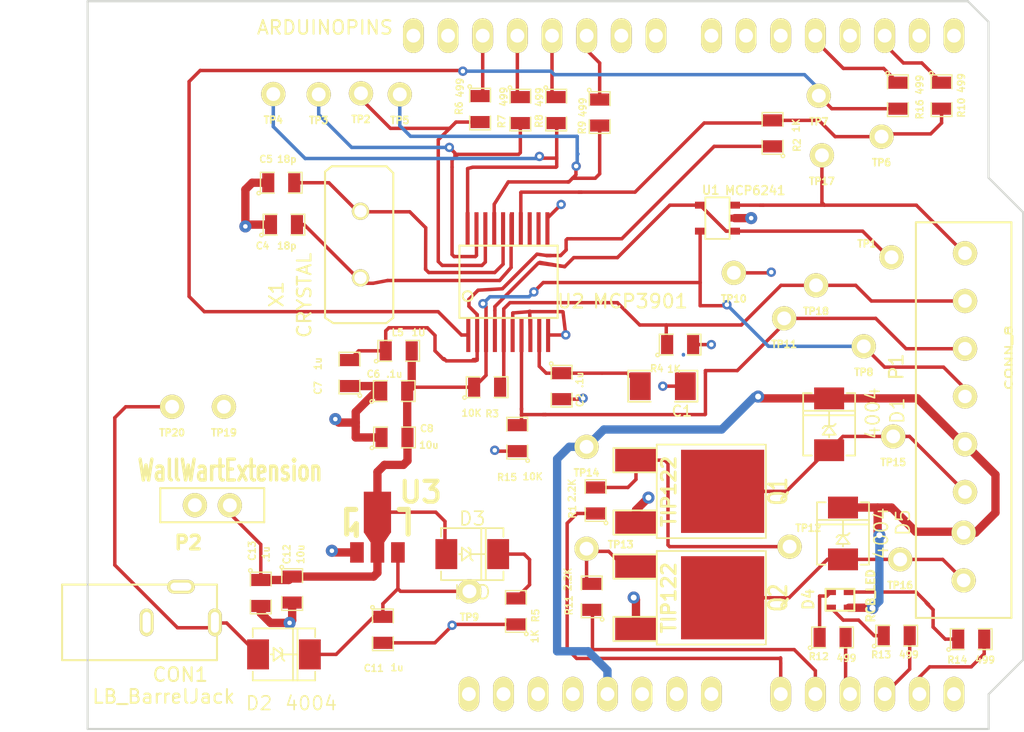
<source format=kicad_pcb>
(kicad_pcb (version 3) (host pcbnew "(2013-07-07 BZR 4022)-stable")

  (general
    (links 109)
    (no_connects 18)
    (area 144.330999 64.530999 234.650083 127.331081)
    (thickness 1.6)
    (drawings 10)
    (tracks 488)
    (zones 0)
    (modules 62)
    (nets 40)
  )

  (page A3)
  (layers
    (15 F.Cu signal)
    (0 B.Cu signal)
    (16 B.Adhes user hide)
    (17 F.Adhes user)
    (18 B.Paste user hide)
    (19 F.Paste user hide)
    (20 B.SilkS user hide)
    (21 F.SilkS user)
    (22 B.Mask user hide)
    (23 F.Mask user hide)
    (24 Dwgs.User user hide)
    (25 Cmts.User user hide)
    (26 Eco1.User user)
    (27 Eco2.User user hide)
    (28 Edge.Cuts user)
  )

  (setup
    (last_trace_width 0.254)
    (trace_clearance 0.254)
    (zone_clearance 0.508)
    (zone_45_only no)
    (trace_min 0.254)
    (segment_width 0.2)
    (edge_width 0.1524)
    (via_size 0.6858)
    (via_drill 0.3302)
    (via_min_size 0.6858)
    (via_min_drill 0.3302)
    (uvia_size 0.02)
    (uvia_drill 0.013)
    (uvias_allowed no)
    (uvia_min_size 0.02)
    (uvia_min_drill 0.013)
    (pcb_text_width 0.3)
    (pcb_text_size 1.5 1.5)
    (mod_edge_width 0.15)
    (mod_text_size 1 1)
    (mod_text_width 0.15)
    (pad_size 2.032 1.016)
    (pad_drill 1.524)
    (pad_to_mask_clearance 0)
    (aux_axis_origin 0 0)
    (visible_elements 7FFFFFFF)
    (pcbplotparams
      (layerselection 284196865)
      (usegerberextensions true)
      (excludeedgelayer true)
      (linewidth 0.150000)
      (plotframeref false)
      (viasonmask false)
      (mode 1)
      (useauxorigin false)
      (hpglpennumber 1)
      (hpglpenspeed 20)
      (hpglpendiameter 15)
      (hpglpenoverlay 2)
      (psnegative false)
      (psa4output false)
      (plotreference true)
      (plotvalue false)
      (plotothertext true)
      (plotinvisibletext false)
      (padsonsilk false)
      (subtractmaskfromsilk true)
      (outputformat 1)
      (mirror false)
      (drillshape 0)
      (scaleselection 1)
      (outputdirectory "//psf/Home/Documents/Lettuce Buddy HW/HealthyPH/Kicad/Gerbers/Dev Rev 2/"))
  )

  (net 0 "")
  (net 1 /Arduino/MISO)
  (net 2 /Arduino/MOSI)
  (net 3 /Arduino/PumpUp)
  (net 4 /Arduino/SCLK)
  (net 5 /Arduino/V+_ARD)
  (net 6 /Arduino/~CS)
  (net 7 /Arduino/~DR)
  (net 8 /Arduino/~RESET)
  (net 9 "/Digital Access/MISO_ISO")
  (net 10 "/Digital Access/MOSI_ISO")
  (net 11 "/Digital Access/SCLK_ISO")
  (net 12 "/Digital Access/V+_WallWart")
  (net 13 "/Digital Access/pH_ADC+")
  (net 14 "/Digital Access/pH_ADC-")
  (net 15 "/Digital Access/~CS_ISO")
  (net 16 "/Digital Access/~DR")
  (net 17 "/Digital Access/~RESET")
  (net 18 /Pumps/DownPump)
  (net 19 /Pumps/SW_DownPump)
  (net 20 /Pumps/SW_UpPump)
  (net 21 "/Temperature/10K Therm")
  (net 22 /pH/pH_Probe_V)
  (net 23 AGND)
  (net 24 GND)
  (net 25 N-0000025)
  (net 26 N-0000026)
  (net 27 N-0000027)
  (net 28 N-0000028)
  (net 29 N-0000031)
  (net 30 N-0000032)
  (net 31 N-0000033)
  (net 32 N-0000034)
  (net 33 N-0000035)
  (net 34 N-0000036)
  (net 35 N-0000037)
  (net 36 N-0000038)
  (net 37 N-0000045)
  (net 38 N-0000046)
  (net 39 N-0000048)

  (net_class Default "This is the default net class."
    (clearance 0.254)
    (trace_width 0.254)
    (via_dia 0.6858)
    (via_drill 0.3302)
    (uvia_dia 0.02)
    (uvia_drill 0.013)
    (add_net "")
    (add_net /Arduino/MISO)
    (add_net /Arduino/MOSI)
    (add_net /Arduino/PumpUp)
    (add_net /Arduino/SCLK)
    (add_net /Arduino/~CS)
    (add_net /Arduino/~DR)
    (add_net /Arduino/~RESET)
    (add_net "/Digital Access/MISO_ISO")
    (add_net "/Digital Access/MOSI_ISO")
    (add_net "/Digital Access/SCLK_ISO")
    (add_net "/Digital Access/V+_WallWart")
    (add_net "/Digital Access/pH_ADC+")
    (add_net "/Digital Access/pH_ADC-")
    (add_net "/Digital Access/~CS_ISO")
    (add_net "/Digital Access/~DR")
    (add_net "/Digital Access/~RESET")
    (add_net /Pumps/DownPump)
    (add_net /Pumps/SW_DownPump)
    (add_net /Pumps/SW_UpPump)
    (add_net "/Temperature/10K Therm")
    (add_net /pH/pH_Probe_V)
    (add_net AGND)
    (add_net N-0000025)
    (add_net N-0000026)
    (add_net N-0000027)
    (add_net N-0000028)
    (add_net N-0000031)
    (add_net N-0000032)
    (add_net N-0000033)
    (add_net N-0000034)
    (add_net N-0000035)
    (add_net N-0000036)
    (add_net N-0000037)
    (add_net N-0000038)
    (add_net N-0000045)
    (add_net N-0000046)
    (add_net N-0000048)
  )

  (net_class Power ""
    (clearance 0.254)
    (trace_width 0.6096)
    (via_dia 0.889)
    (via_drill 0.4318)
    (uvia_dia 0.02)
    (uvia_drill 0.013)
    (add_net /Arduino/V+_ARD)
    (add_net GND)
  )

  (module ArduinoLettuceBuddy (layer F.Cu) (tedit 53F4DDD2) (tstamp 53F5D713)
    (at 151.01 118.2)
    (path /53DCD805/53E0F48C)
    (fp_text reference ARD1 (at 32.385 -25.4) (layer F.SilkS) hide
      (effects (font (size 1 1) (thickness 0.15)))
    )
    (fp_text value ARDUINOPINS (at 17.392 -51.398) (layer F.SilkS)
      (effects (font (size 1 1) (thickness 0.15)))
    )
    (fp_line (start 66.04 -51.816) (end 66.04 -40.386) (layer Eco1.User) (width 0.15))
    (fp_line (start 66.04 -51.816) (end 64.516 -53.34) (layer Eco1.User) (width 0.15))
    (fp_line (start 64.516 -53.34) (end 0 -53.34) (layer Eco1.User) (width 0.15))
    (fp_line (start 66.04 0) (end 0 0) (layer Eco1.User) (width 0.15))
    (fp_line (start 68.58 -37.846) (end 68.58 -5.08) (layer Eco1.User) (width 0.15))
    (fp_line (start 68.58 -5.08) (end 66.04 -2.54) (layer Eco1.User) (width 0.15))
    (fp_line (start 66.04 -2.54) (end 66.04 0) (layer Eco1.User) (width 0.15))
    (fp_line (start 66.04 -40.386) (end 68.58 -37.846) (layer Eco1.User) (width 0.15))
    (fp_line (start 0 -12.065) (end 11.43 -12.065) (layer Eco1.User) (width 0.15))
    (fp_line (start 11.43 -12.065) (end 11.43 -3.175) (layer Eco1.User) (width 0.15))
    (fp_line (start 11.43 -3.175) (end -0.127 -3.175) (layer Eco1.User) (width 0.15))
    (fp_line (start -1.905 -3.175) (end -1.905 -12.065) (layer Eco1.User) (width 0.15))
    (fp_line (start -1.905 -12.065) (end 0 -12.065) (layer Eco1.User) (width 0.15))
    (fp_line (start 0 -3.175) (end -1.905 -3.175) (layer Eco1.User) (width 0.15))
    (fp_line (start 0 -43.815) (end 9.525 -43.815) (layer Eco1.User) (width 0.15))
    (fp_line (start 9.525 -43.815) (end 9.525 -31.115) (layer Eco1.User) (width 0.15))
    (fp_line (start 9.525 -31.115) (end -0.127 -31.115) (layer Eco1.User) (width 0.15))
    (fp_line (start -6.35 -43.815) (end -6.35 -31.115) (layer Eco1.User) (width 0.15))
    (fp_line (start -6.35 -31.115) (end 0 -31.115) (layer Eco1.User) (width 0.15))
    (fp_line (start -6.35 -43.815) (end 0 -43.815) (layer Eco1.User) (width 0.15))
    (fp_line (start 0 -53.34) (end 0 0) (layer Eco1.User) (width 0.15))
    (pad 19 thru_hole oval (at 41.656 -50.8) (size 1.524 2.54) (drill 1.016)
      (layers *.Cu *.Mask F.SilkS)
    )
    (pad 20 thru_hole oval (at 39.116 -50.8) (size 1.524 2.54) (drill 1.016)
      (layers *.Cu *.Mask F.SilkS)
    )
    (pad 21 thru_hole oval (at 36.576 -50.8) (size 1.524 2.54) (drill 1.016)
      (layers *.Cu *.Mask F.SilkS)
      (net 6 /Arduino/~CS)
    )
    (pad 22 thru_hole oval (at 34.036 -50.8) (size 1.524 2.54) (drill 1.016)
      (layers *.Cu *.Mask F.SilkS)
      (net 2 /Arduino/MOSI)
    )
    (pad 23 thru_hole oval (at 31.496 -50.8) (size 1.524 2.54) (drill 1.016)
      (layers *.Cu *.Mask F.SilkS)
      (net 1 /Arduino/MISO)
    )
    (pad 24 thru_hole oval (at 28.956 -50.8) (size 1.524 2.54) (drill 1.016)
      (layers *.Cu *.Mask F.SilkS)
      (net 4 /Arduino/SCLK)
    )
    (pad 25 thru_hole oval (at 26.416 -50.8) (size 1.524 2.54) (drill 1.016)
      (layers *.Cu *.Mask F.SilkS)
    )
    (pad 26 thru_hole oval (at 23.876 -50.8) (size 1.524 2.54) (drill 1.016)
      (layers *.Cu *.Mask F.SilkS)
    )
    (pad 28 thru_hole oval (at 35.56 -2.54) (size 1.524 2.54) (drill 1.016)
      (layers *.Cu *.Mask F.SilkS)
    )
    (pad 27 thru_hole oval (at 33.02 -2.54) (size 1.524 2.54) (drill 1.016)
      (layers *.Cu *.Mask F.SilkS)
    )
    (pad 29 thru_hole oval (at 30.48 -2.54) (size 1.524 2.54) (drill 1.016)
      (layers *.Cu *.Mask F.SilkS)
    )
    (pad 30 thru_hole oval (at 27.94 -2.54) (size 1.524 2.54) (drill 1.016)
      (layers *.Cu *.Mask F.SilkS)
    )
    (pad 1 thru_hole oval (at 38.1 -2.54) (size 1.524 2.54) (drill 1.016)
      (layers *.Cu *.Mask F.SilkS)
      (net 5 /Arduino/V+_ARD)
    )
    (pad 2 thru_hole oval (at 40.64 -2.54) (size 1.524 2.54) (drill 1.016)
      (layers *.Cu *.Mask F.SilkS)
      (net 24 GND)
    )
    (pad 3 thru_hole oval (at 43.18 -2.54) (size 1.524 2.54) (drill 1.016)
      (layers *.Cu *.Mask F.SilkS)
    )
    (pad 4 thru_hole oval (at 45.72 -2.54) (size 1.524 2.54) (drill 1.016)
      (layers *.Cu *.Mask F.SilkS)
    )
    (pad 5 thru_hole oval (at 50.8 -2.54) (size 1.524 2.54) (drill 1.016)
      (layers *.Cu *.Mask F.SilkS)
      (net 18 /Pumps/DownPump)
    )
    (pad 6 thru_hole oval (at 53.34 -2.54) (size 1.524 2.54) (drill 1.016)
      (layers *.Cu *.Mask F.SilkS)
      (net 3 /Arduino/PumpUp)
    )
    (pad 7 thru_hole oval (at 55.88 -2.54) (size 1.524 2.54) (drill 1.016)
      (layers *.Cu *.Mask F.SilkS)
      (net 39 N-0000048)
    )
    (pad 8 thru_hole oval (at 58.42 -2.54) (size 1.524 2.54) (drill 1.016)
      (layers *.Cu *.Mask F.SilkS)
      (net 37 N-0000045)
    )
    (pad 9 thru_hole oval (at 60.96 -2.54) (size 1.524 2.54) (drill 1.016)
      (layers *.Cu *.Mask F.SilkS)
      (net 38 N-0000046)
    )
    (pad 10 thru_hole oval (at 63.5 -2.54) (size 1.524 2.54) (drill 1.016)
      (layers *.Cu *.Mask F.SilkS)
    )
    (pad 11 thru_hole oval (at 63.5 -50.8) (size 1.524 2.54) (drill 1.016)
      (layers *.Cu *.Mask F.SilkS)
    )
    (pad 12 thru_hole oval (at 60.96 -50.8) (size 1.524 2.54) (drill 1.016)
      (layers *.Cu *.Mask F.SilkS)
    )
    (pad 13 thru_hole oval (at 58.42 -50.8) (size 1.524 2.54) (drill 1.016)
      (layers *.Cu *.Mask F.SilkS)
      (net 7 /Arduino/~DR)
    )
    (pad 14 thru_hole oval (at 55.88 -50.8) (size 1.524 2.54) (drill 1.016)
      (layers *.Cu *.Mask F.SilkS)
    )
    (pad 15 thru_hole oval (at 53.34 -50.8) (size 1.524 2.54) (drill 1.016)
      (layers *.Cu *.Mask F.SilkS)
      (net 8 /Arduino/~RESET)
    )
    (pad 16 thru_hole oval (at 50.8 -50.8) (size 1.524 2.54) (drill 1.016)
      (layers *.Cu *.Mask F.SilkS)
    )
    (pad 17 thru_hole oval (at 48.26 -50.8) (size 1.524 2.54) (drill 1.016)
      (layers *.Cu *.Mask F.SilkS)
    )
    (pad 18 thru_hole oval (at 45.72 -50.8) (size 1.524 2.54) (drill 1.016)
      (layers *.Cu *.Mask F.SilkS)
    )
  )

  (module SM0805 (layer F.Cu) (tedit 53F4DB4B) (tstamp 53F5D5A5)
    (at 182.4 109.6 90)
    (path /53DB8BC1/540EDC27)
    (attr smd)
    (fp_text reference R5 (at -0.3 1.44 90) (layer F.SilkS)
      (effects (font (size 0.50038 0.50038) (thickness 0.10922)))
    )
    (fp_text value 1K (at -1.83 1.39 90) (layer F.SilkS)
      (effects (font (size 0.50038 0.50038) (thickness 0.10922)))
    )
    (fp_circle (center -1.651 0.762) (end -1.651 0.635) (layer F.SilkS) (width 0.09906))
    (fp_line (start -0.508 0.762) (end -1.524 0.762) (layer F.SilkS) (width 0.09906))
    (fp_line (start -1.524 0.762) (end -1.524 -0.762) (layer F.SilkS) (width 0.09906))
    (fp_line (start -1.524 -0.762) (end -0.508 -0.762) (layer F.SilkS) (width 0.09906))
    (fp_line (start 0.508 -0.762) (end 1.524 -0.762) (layer F.SilkS) (width 0.09906))
    (fp_line (start 1.524 -0.762) (end 1.524 0.762) (layer F.SilkS) (width 0.09906))
    (fp_line (start 1.524 0.762) (end 0.508 0.762) (layer F.SilkS) (width 0.09906))
    (pad 1 smd rect (at -0.9525 0 90) (size 0.889 1.397)
      (layers F.Cu F.Paste F.Mask)
      (net 23 AGND)
    )
    (pad 2 smd rect (at 0.9525 0 90) (size 0.889 1.397)
      (layers F.Cu F.Paste F.Mask)
      (net 31 N-0000033)
    )
    (model smd/chip_cms.wrl
      (at (xyz 0 0 0))
      (scale (xyz 0.1 0.1 0.1))
      (rotate (xyz 0 0 0))
    )
  )

  (module SM0805 (layer F.Cu) (tedit 54156ECA) (tstamp 53F5D597)
    (at 172.65 110.95 270)
    (path /53DB8BC1/53DB8C26)
    (attr smd)
    (fp_text reference C11 (at 2.8166 0.6666 360) (layer F.SilkS)
      (effects (font (size 0.50038 0.50038) (thickness 0.10922)))
    )
    (fp_text value 1u (at 2.7658 -1.0352 360) (layer F.SilkS)
      (effects (font (size 0.50038 0.50038) (thickness 0.10922)))
    )
    (fp_circle (center -1.651 0.762) (end -1.651 0.635) (layer F.SilkS) (width 0.09906))
    (fp_line (start -0.508 0.762) (end -1.524 0.762) (layer F.SilkS) (width 0.09906))
    (fp_line (start -1.524 0.762) (end -1.524 -0.762) (layer F.SilkS) (width 0.09906))
    (fp_line (start -1.524 -0.762) (end -0.508 -0.762) (layer F.SilkS) (width 0.09906))
    (fp_line (start 0.508 -0.762) (end 1.524 -0.762) (layer F.SilkS) (width 0.09906))
    (fp_line (start 1.524 -0.762) (end 1.524 0.762) (layer F.SilkS) (width 0.09906))
    (fp_line (start 1.524 0.762) (end 0.508 0.762) (layer F.SilkS) (width 0.09906))
    (pad 1 smd rect (at -0.9525 0 270) (size 0.889 1.397)
      (layers F.Cu F.Paste F.Mask)
      (net 32 N-0000034)
    )
    (pad 2 smd rect (at 0.9525 0 270) (size 0.889 1.397)
      (layers F.Cu F.Paste F.Mask)
      (net 23 AGND)
    )
    (model smd/chip_cms.wrl
      (at (xyz 0 0 0))
      (scale (xyz 0.1 0.1 0.1))
      (rotate (xyz 0 0 0))
    )
  )

  (module SM0805 (layer F.Cu) (tedit 53F4DDB3) (tstamp 53F5D589)
    (at 163.7 108.25 270)
    (path /53DB8BC1/53DB8C1F)
    (attr smd)
    (fp_text reference C13 (at -3.094 0.632 270) (layer F.SilkS)
      (effects (font (size 0.50038 0.50038) (thickness 0.10922)))
    )
    (fp_text value .1u (at -2.84 -0.384 270) (layer F.SilkS)
      (effects (font (size 0.50038 0.50038) (thickness 0.10922)))
    )
    (fp_circle (center -1.651 0.762) (end -1.651 0.635) (layer F.SilkS) (width 0.09906))
    (fp_line (start -0.508 0.762) (end -1.524 0.762) (layer F.SilkS) (width 0.09906))
    (fp_line (start -1.524 0.762) (end -1.524 -0.762) (layer F.SilkS) (width 0.09906))
    (fp_line (start -1.524 -0.762) (end -0.508 -0.762) (layer F.SilkS) (width 0.09906))
    (fp_line (start 0.508 -0.762) (end 1.524 -0.762) (layer F.SilkS) (width 0.09906))
    (fp_line (start 1.524 -0.762) (end 1.524 0.762) (layer F.SilkS) (width 0.09906))
    (fp_line (start 1.524 0.762) (end 0.508 0.762) (layer F.SilkS) (width 0.09906))
    (pad 1 smd rect (at -0.9525 0 270) (size 0.889 1.397)
      (layers F.Cu F.Paste F.Mask)
      (net 12 "/Digital Access/V+_WallWart")
    )
    (pad 2 smd rect (at 0.9525 0 270) (size 0.889 1.397)
      (layers F.Cu F.Paste F.Mask)
      (net 23 AGND)
    )
    (model smd/chip_cms.wrl
      (at (xyz 0 0 0))
      (scale (xyz 0.1 0.1 0.1))
      (rotate (xyz 0 0 0))
    )
  )

  (module SM0805 (layer F.Cu) (tedit 53F4DDA7) (tstamp 53F5D57B)
    (at 166 108 270)
    (path /53DB8BC1/53DB8C11)
    (attr smd)
    (fp_text reference C12 (at -2.59 0.392 270) (layer F.SilkS)
      (effects (font (size 0.50038 0.50038) (thickness 0.10922)))
    )
    (fp_text value 10u (at -2.59 -0.624 270) (layer F.SilkS)
      (effects (font (size 0.50038 0.50038) (thickness 0.10922)))
    )
    (fp_circle (center -1.651 0.762) (end -1.651 0.635) (layer F.SilkS) (width 0.09906))
    (fp_line (start -0.508 0.762) (end -1.524 0.762) (layer F.SilkS) (width 0.09906))
    (fp_line (start -1.524 0.762) (end -1.524 -0.762) (layer F.SilkS) (width 0.09906))
    (fp_line (start -1.524 -0.762) (end -0.508 -0.762) (layer F.SilkS) (width 0.09906))
    (fp_line (start 0.508 -0.762) (end 1.524 -0.762) (layer F.SilkS) (width 0.09906))
    (fp_line (start 1.524 -0.762) (end 1.524 0.762) (layer F.SilkS) (width 0.09906))
    (fp_line (start 1.524 0.762) (end 0.508 0.762) (layer F.SilkS) (width 0.09906))
    (pad 1 smd rect (at -0.9525 0 270) (size 0.889 1.397)
      (layers F.Cu F.Paste F.Mask)
      (net 12 "/Digital Access/V+_WallWart")
    )
    (pad 2 smd rect (at 0.9525 0 270) (size 0.889 1.397)
      (layers F.Cu F.Paste F.Mask)
      (net 23 AGND)
    )
    (model smd/chip_cms.wrl
      (at (xyz 0 0 0))
      (scale (xyz 0.1 0.1 0.1))
      (rotate (xyz 0 0 0))
    )
  )

  (module SM0805 (layer F.Cu) (tedit 53F4DC5A) (tstamp 53F5D56D)
    (at 194.437 90.043)
    (path /53C9635B/53D7D158)
    (attr smd)
    (fp_text reference R4 (at -1.71 1.755) (layer F.SilkS)
      (effects (font (size 0.50038 0.50038) (thickness 0.10922)))
    )
    (fp_text value 1K (at -0.45 1.795) (layer F.SilkS)
      (effects (font (size 0.50038 0.50038) (thickness 0.10922)))
    )
    (fp_circle (center -1.651 0.762) (end -1.651 0.635) (layer F.SilkS) (width 0.09906))
    (fp_line (start -0.508 0.762) (end -1.524 0.762) (layer F.SilkS) (width 0.09906))
    (fp_line (start -1.524 0.762) (end -1.524 -0.762) (layer F.SilkS) (width 0.09906))
    (fp_line (start -1.524 -0.762) (end -0.508 -0.762) (layer F.SilkS) (width 0.09906))
    (fp_line (start 0.508 -0.762) (end 1.524 -0.762) (layer F.SilkS) (width 0.09906))
    (fp_line (start 1.524 -0.762) (end 1.524 0.762) (layer F.SilkS) (width 0.09906))
    (fp_line (start 1.524 0.762) (end 0.508 0.762) (layer F.SilkS) (width 0.09906))
    (pad 1 smd rect (at -0.9525 0) (size 0.889 1.397)
      (layers F.Cu F.Paste F.Mask)
      (net 14 "/Digital Access/pH_ADC-")
    )
    (pad 2 smd rect (at 0.9525 0) (size 0.889 1.397)
      (layers F.Cu F.Paste F.Mask)
      (net 23 AGND)
    )
    (model smd/chip_cms.wrl
      (at (xyz 0 0 0))
      (scale (xyz 0.1 0.1 0.1))
      (rotate (xyz 0 0 0))
    )
  )

  (module SM0805 (layer F.Cu) (tedit 54156EE1) (tstamp 5413206E)
    (at 180.2892 93.1672)
    (path /53C9635B/53F37946)
    (attr smd)
    (fp_text reference R3 (at 0.3683 1.9431) (layer F.SilkS)
      (effects (font (size 0.50038 0.50038) (thickness 0.10922)))
    )
    (fp_text value 10K (at -1.143 1.8923) (layer F.SilkS)
      (effects (font (size 0.50038 0.50038) (thickness 0.10922)))
    )
    (fp_circle (center -1.651 0.762) (end -1.651 0.635) (layer F.SilkS) (width 0.09906))
    (fp_line (start -0.508 0.762) (end -1.524 0.762) (layer F.SilkS) (width 0.09906))
    (fp_line (start -1.524 0.762) (end -1.524 -0.762) (layer F.SilkS) (width 0.09906))
    (fp_line (start -1.524 -0.762) (end -0.508 -0.762) (layer F.SilkS) (width 0.09906))
    (fp_line (start 0.508 -0.762) (end 1.524 -0.762) (layer F.SilkS) (width 0.09906))
    (fp_line (start 1.524 -0.762) (end 1.524 0.762) (layer F.SilkS) (width 0.09906))
    (fp_line (start 1.524 0.762) (end 0.508 0.762) (layer F.SilkS) (width 0.09906))
    (pad 1 smd rect (at -0.9525 0) (size 0.889 1.397)
      (layers F.Cu F.Paste F.Mask)
      (net 12 "/Digital Access/V+_WallWart")
    )
    (pad 2 smd rect (at 0.9525 0) (size 0.889 1.397)
      (layers F.Cu F.Paste F.Mask)
      (net 14 "/Digital Access/pH_ADC-")
    )
    (model smd/chip_cms.wrl
      (at (xyz 0 0 0))
      (scale (xyz 0.1 0.1 0.1))
      (rotate (xyz 0 0 0))
    )
  )

  (module SM0805 (layer F.Cu) (tedit 53F4DA3F) (tstamp 53F5D551)
    (at 201.21 74.56 90)
    (path /53CA7F21/53DB6B94)
    (attr smd)
    (fp_text reference R2 (at -0.86 1.8 90) (layer F.SilkS)
      (effects (font (size 0.50038 0.50038) (thickness 0.10922)))
    )
    (fp_text value 1K (at 0.57 1.73 90) (layer F.SilkS)
      (effects (font (size 0.50038 0.50038) (thickness 0.10922)))
    )
    (fp_circle (center -1.651 0.762) (end -1.651 0.635) (layer F.SilkS) (width 0.09906))
    (fp_line (start -0.508 0.762) (end -1.524 0.762) (layer F.SilkS) (width 0.09906))
    (fp_line (start -1.524 0.762) (end -1.524 -0.762) (layer F.SilkS) (width 0.09906))
    (fp_line (start -1.524 -0.762) (end -0.508 -0.762) (layer F.SilkS) (width 0.09906))
    (fp_line (start 0.508 -0.762) (end 1.524 -0.762) (layer F.SilkS) (width 0.09906))
    (fp_line (start 1.524 -0.762) (end 1.524 0.762) (layer F.SilkS) (width 0.09906))
    (fp_line (start 1.524 0.762) (end 0.508 0.762) (layer F.SilkS) (width 0.09906))
    (pad 1 smd rect (at -0.9525 0 90) (size 0.889 1.397)
      (layers F.Cu F.Paste F.Mask)
      (net 28 N-0000028)
    )
    (pad 2 smd rect (at 0.9525 0 90) (size 0.889 1.397)
      (layers F.Cu F.Paste F.Mask)
      (net 16 "/Digital Access/~DR")
    )
    (model smd/chip_cms.wrl
      (at (xyz 0 0 0))
      (scale (xyz 0.1 0.1 0.1))
      (rotate (xyz 0 0 0))
    )
  )

  (module SM0805 (layer F.Cu) (tedit 53F4DAF8) (tstamp 53F5D543)
    (at 185.7502 93.091 270)
    (path /53CA7F21/53E3E770)
    (attr smd)
    (fp_text reference C2 (at 1.04 -1.35 270) (layer F.SilkS)
      (effects (font (size 0.50038 0.50038) (thickness 0.10922)))
    )
    (fp_text value .1u (at -0.46 -1.32 270) (layer F.SilkS)
      (effects (font (size 0.50038 0.50038) (thickness 0.10922)))
    )
    (fp_circle (center -1.651 0.762) (end -1.651 0.635) (layer F.SilkS) (width 0.09906))
    (fp_line (start -0.508 0.762) (end -1.524 0.762) (layer F.SilkS) (width 0.09906))
    (fp_line (start -1.524 0.762) (end -1.524 -0.762) (layer F.SilkS) (width 0.09906))
    (fp_line (start -1.524 -0.762) (end -0.508 -0.762) (layer F.SilkS) (width 0.09906))
    (fp_line (start 0.508 -0.762) (end 1.524 -0.762) (layer F.SilkS) (width 0.09906))
    (fp_line (start 1.524 -0.762) (end 1.524 0.762) (layer F.SilkS) (width 0.09906))
    (fp_line (start 1.524 0.762) (end 0.508 0.762) (layer F.SilkS) (width 0.09906))
    (pad 1 smd rect (at -0.9525 0 270) (size 0.889 1.397)
      (layers F.Cu F.Paste F.Mask)
      (net 27 N-0000027)
    )
    (pad 2 smd rect (at 0.9525 0 270) (size 0.889 1.397)
      (layers F.Cu F.Paste F.Mask)
      (net 23 AGND)
    )
    (model smd/chip_cms.wrl
      (at (xyz 0 0 0))
      (scale (xyz 0.1 0.1 0.1))
      (rotate (xyz 0 0 0))
    )
  )

  (module SM0805 (layer F.Cu) (tedit 53F4DE2D) (tstamp 53F5D535)
    (at 173.48 93.45)
    (path /53CA7F21/53CE351B)
    (attr smd)
    (fp_text reference C6 (at -1.522 -1.248) (layer F.SilkS)
      (effects (font (size 0.50038 0.50038) (thickness 0.10922)))
    )
    (fp_text value .1u (at 0.002 -1.248) (layer F.SilkS)
      (effects (font (size 0.50038 0.50038) (thickness 0.10922)))
    )
    (fp_circle (center -1.651 0.762) (end -1.651 0.635) (layer F.SilkS) (width 0.09906))
    (fp_line (start -0.508 0.762) (end -1.524 0.762) (layer F.SilkS) (width 0.09906))
    (fp_line (start -1.524 0.762) (end -1.524 -0.762) (layer F.SilkS) (width 0.09906))
    (fp_line (start -1.524 -0.762) (end -0.508 -0.762) (layer F.SilkS) (width 0.09906))
    (fp_line (start 0.508 -0.762) (end 1.524 -0.762) (layer F.SilkS) (width 0.09906))
    (fp_line (start 1.524 -0.762) (end 1.524 0.762) (layer F.SilkS) (width 0.09906))
    (fp_line (start 1.524 0.762) (end 0.508 0.762) (layer F.SilkS) (width 0.09906))
    (pad 1 smd rect (at -0.9525 0) (size 0.889 1.397)
      (layers F.Cu F.Paste F.Mask)
      (net 23 AGND)
    )
    (pad 2 smd rect (at 0.9525 0) (size 0.889 1.397)
      (layers F.Cu F.Paste F.Mask)
      (net 12 "/Digital Access/V+_WallWart")
    )
    (model smd/chip_cms.wrl
      (at (xyz 0 0 0))
      (scale (xyz 0.1 0.1 0.1))
      (rotate (xyz 0 0 0))
    )
  )

  (module SM0805 (layer F.Cu) (tedit 53F4DB25) (tstamp 53F5D527)
    (at 188.2394 101.46792 90)
    (path /53C2998C/53CBD483)
    (attr smd)
    (fp_text reference R1 (at -0.835 -1.695 90) (layer F.SilkS)
      (effects (font (size 0.50038 0.50038) (thickness 0.10922)))
    )
    (fp_text value 2.2K (at 0.735 -1.725 90) (layer F.SilkS)
      (effects (font (size 0.50038 0.50038) (thickness 0.10922)))
    )
    (fp_circle (center -1.651 0.762) (end -1.651 0.635) (layer F.SilkS) (width 0.09906))
    (fp_line (start -0.508 0.762) (end -1.524 0.762) (layer F.SilkS) (width 0.09906))
    (fp_line (start -1.524 0.762) (end -1.524 -0.762) (layer F.SilkS) (width 0.09906))
    (fp_line (start -1.524 -0.762) (end -0.508 -0.762) (layer F.SilkS) (width 0.09906))
    (fp_line (start 0.508 -0.762) (end 1.524 -0.762) (layer F.SilkS) (width 0.09906))
    (fp_line (start 1.524 -0.762) (end 1.524 0.762) (layer F.SilkS) (width 0.09906))
    (fp_line (start 1.524 0.762) (end 0.508 0.762) (layer F.SilkS) (width 0.09906))
    (pad 1 smd rect (at -0.9525 0 90) (size 0.889 1.397)
      (layers F.Cu F.Paste F.Mask)
      (net 18 /Pumps/DownPump)
    )
    (pad 2 smd rect (at 0.9525 0 90) (size 0.889 1.397)
      (layers F.Cu F.Paste F.Mask)
      (net 26 N-0000026)
    )
    (model smd/chip_cms.wrl
      (at (xyz 0 0 0))
      (scale (xyz 0.1 0.1 0.1))
      (rotate (xyz 0 0 0))
    )
  )

  (module SM0805 (layer F.Cu) (tedit 53F4DAD9) (tstamp 53F5D5B3)
    (at 173.5 96.85)
    (path /53CA7F21/5257A6DE)
    (attr smd)
    (fp_text reference C8 (at 2.37 -0.66) (layer F.SilkS)
      (effects (font (size 0.50038 0.50038) (thickness 0.10922)))
    )
    (fp_text value 10u (at 2.52 0.56) (layer F.SilkS)
      (effects (font (size 0.50038 0.50038) (thickness 0.10922)))
    )
    (fp_circle (center -1.651 0.762) (end -1.651 0.635) (layer F.SilkS) (width 0.09906))
    (fp_line (start -0.508 0.762) (end -1.524 0.762) (layer F.SilkS) (width 0.09906))
    (fp_line (start -1.524 0.762) (end -1.524 -0.762) (layer F.SilkS) (width 0.09906))
    (fp_line (start -1.524 -0.762) (end -0.508 -0.762) (layer F.SilkS) (width 0.09906))
    (fp_line (start 0.508 -0.762) (end 1.524 -0.762) (layer F.SilkS) (width 0.09906))
    (fp_line (start 1.524 -0.762) (end 1.524 0.762) (layer F.SilkS) (width 0.09906))
    (fp_line (start 1.524 0.762) (end 0.508 0.762) (layer F.SilkS) (width 0.09906))
    (pad 1 smd rect (at -0.9525 0) (size 0.889 1.397)
      (layers F.Cu F.Paste F.Mask)
      (net 23 AGND)
    )
    (pad 2 smd rect (at 0.9525 0) (size 0.889 1.397)
      (layers F.Cu F.Paste F.Mask)
      (net 12 "/Digital Access/V+_WallWart")
    )
    (model smd/chip_cms.wrl
      (at (xyz 0 0 0))
      (scale (xyz 0.1 0.1 0.1))
      (rotate (xyz 0 0 0))
    )
  )

  (module SM0805 (layer F.Cu) (tedit 53F4DE79) (tstamp 53F5D50B)
    (at 170.2 92.13 90)
    (path /53CA7F21/5257A886)
    (attr smd)
    (fp_text reference C7 (at -1.088 -2.306 90) (layer F.SilkS)
      (effects (font (size 0.50038 0.50038) (thickness 0.10922)))
    )
    (fp_text value 1u (at 0.69 -2.306 90) (layer F.SilkS)
      (effects (font (size 0.50038 0.50038) (thickness 0.10922)))
    )
    (fp_circle (center -1.651 0.762) (end -1.651 0.635) (layer F.SilkS) (width 0.09906))
    (fp_line (start -0.508 0.762) (end -1.524 0.762) (layer F.SilkS) (width 0.09906))
    (fp_line (start -1.524 0.762) (end -1.524 -0.762) (layer F.SilkS) (width 0.09906))
    (fp_line (start -1.524 -0.762) (end -0.508 -0.762) (layer F.SilkS) (width 0.09906))
    (fp_line (start 0.508 -0.762) (end 1.524 -0.762) (layer F.SilkS) (width 0.09906))
    (fp_line (start 1.524 -0.762) (end 1.524 0.762) (layer F.SilkS) (width 0.09906))
    (fp_line (start 1.524 0.762) (end 0.508 0.762) (layer F.SilkS) (width 0.09906))
    (pad 1 smd rect (at -0.9525 0 90) (size 0.889 1.397)
      (layers F.Cu F.Paste F.Mask)
      (net 23 AGND)
    )
    (pad 2 smd rect (at 0.9525 0 90) (size 0.889 1.397)
      (layers F.Cu F.Paste F.Mask)
      (net 28 N-0000028)
    )
    (model smd/chip_cms.wrl
      (at (xyz 0 0 0))
      (scale (xyz 0.1 0.1 0.1))
      (rotate (xyz 0 0 0))
    )
  )

  (module SM0805 (layer F.Cu) (tedit 53F4DE3B) (tstamp 53F5D4FD)
    (at 173.81 90.5)
    (path /53CA7F21/528976A6)
    (attr smd)
    (fp_text reference L5 (at -0.074 -1.346) (layer F.SilkS)
      (effects (font (size 0.50038 0.50038) (thickness 0.10922)))
    )
    (fp_text value 1U (at 1.45 -1.346) (layer F.SilkS)
      (effects (font (size 0.50038 0.50038) (thickness 0.10922)))
    )
    (fp_circle (center -1.651 0.762) (end -1.651 0.635) (layer F.SilkS) (width 0.09906))
    (fp_line (start -0.508 0.762) (end -1.524 0.762) (layer F.SilkS) (width 0.09906))
    (fp_line (start -1.524 0.762) (end -1.524 -0.762) (layer F.SilkS) (width 0.09906))
    (fp_line (start -1.524 -0.762) (end -0.508 -0.762) (layer F.SilkS) (width 0.09906))
    (fp_line (start 0.508 -0.762) (end 1.524 -0.762) (layer F.SilkS) (width 0.09906))
    (fp_line (start 1.524 -0.762) (end 1.524 0.762) (layer F.SilkS) (width 0.09906))
    (fp_line (start 1.524 0.762) (end 0.508 0.762) (layer F.SilkS) (width 0.09906))
    (pad 1 smd rect (at -0.9525 0) (size 0.889 1.397)
      (layers F.Cu F.Paste F.Mask)
      (net 28 N-0000028)
    )
    (pad 2 smd rect (at 0.9525 0) (size 0.889 1.397)
      (layers F.Cu F.Paste F.Mask)
      (net 12 "/Digital Access/V+_WallWart")
    )
    (model smd/chip_cms.wrl
      (at (xyz 0 0 0))
      (scale (xyz 0.1 0.1 0.1))
      (rotate (xyz 0 0 0))
    )
  )

  (module SM0805 (layer F.Cu) (tedit 53F4DEBA) (tstamp 53F5D4EF)
    (at 165.2 78.18)
    (path /53CA7F21/53CAF6B6)
    (attr smd)
    (fp_text reference C5 (at -1.116 -1.726) (layer F.SilkS)
      (effects (font (size 0.50038 0.50038) (thickness 0.10922)))
    )
    (fp_text value 18p (at 0.408 -1.726) (layer F.SilkS)
      (effects (font (size 0.50038 0.50038) (thickness 0.10922)))
    )
    (fp_circle (center -1.651 0.762) (end -1.651 0.635) (layer F.SilkS) (width 0.09906))
    (fp_line (start -0.508 0.762) (end -1.524 0.762) (layer F.SilkS) (width 0.09906))
    (fp_line (start -1.524 0.762) (end -1.524 -0.762) (layer F.SilkS) (width 0.09906))
    (fp_line (start -1.524 -0.762) (end -0.508 -0.762) (layer F.SilkS) (width 0.09906))
    (fp_line (start 0.508 -0.762) (end 1.524 -0.762) (layer F.SilkS) (width 0.09906))
    (fp_line (start 1.524 -0.762) (end 1.524 0.762) (layer F.SilkS) (width 0.09906))
    (fp_line (start 1.524 0.762) (end 0.508 0.762) (layer F.SilkS) (width 0.09906))
    (pad 1 smd rect (at -0.9525 0) (size 0.889 1.397)
      (layers F.Cu F.Paste F.Mask)
      (net 23 AGND)
    )
    (pad 2 smd rect (at 0.9525 0) (size 0.889 1.397)
      (layers F.Cu F.Paste F.Mask)
      (net 30 N-0000032)
    )
    (model smd/chip_cms.wrl
      (at (xyz 0 0 0))
      (scale (xyz 0.1 0.1 0.1))
      (rotate (xyz 0 0 0))
    )
  )

  (module SM0805 (layer F.Cu) (tedit 53F4DD5E) (tstamp 53F5D4E1)
    (at 165.4 81.25)
    (path /53CA7F21/53CAF6C5)
    (attr smd)
    (fp_text reference C4 (at -1.57 1.554) (layer F.SilkS)
      (effects (font (size 0.50038 0.50038) (thickness 0.10922)))
    )
    (fp_text value 18p (at 0.208 1.554) (layer F.SilkS)
      (effects (font (size 0.50038 0.50038) (thickness 0.10922)))
    )
    (fp_circle (center -1.651 0.762) (end -1.651 0.635) (layer F.SilkS) (width 0.09906))
    (fp_line (start -0.508 0.762) (end -1.524 0.762) (layer F.SilkS) (width 0.09906))
    (fp_line (start -1.524 0.762) (end -1.524 -0.762) (layer F.SilkS) (width 0.09906))
    (fp_line (start -1.524 -0.762) (end -0.508 -0.762) (layer F.SilkS) (width 0.09906))
    (fp_line (start 0.508 -0.762) (end 1.524 -0.762) (layer F.SilkS) (width 0.09906))
    (fp_line (start 1.524 -0.762) (end 1.524 0.762) (layer F.SilkS) (width 0.09906))
    (fp_line (start 1.524 0.762) (end 0.508 0.762) (layer F.SilkS) (width 0.09906))
    (pad 1 smd rect (at -0.9525 0) (size 0.889 1.397)
      (layers F.Cu F.Paste F.Mask)
      (net 23 AGND)
    )
    (pad 2 smd rect (at 0.9525 0) (size 0.889 1.397)
      (layers F.Cu F.Paste F.Mask)
      (net 29 N-0000031)
    )
    (model smd/chip_cms.wrl
      (at (xyz 0 0 0))
      (scale (xyz 0.1 0.1 0.1))
      (rotate (xyz 0 0 0))
    )
  )

  (module "DO-214AC(SMA)" (layer F.Cu) (tedit 53F4DE54) (tstamp 53F5D63B)
    (at 165.4 112.75)
    (descr "DO-214AC (SMA)  PACKAGE.")
    (tags "DO-214AC SMA")
    (path /53DB8BC1/53DBBCE6)
    (attr smd)
    (fp_text reference D2 (at -1.824 3.582) (layer F.SilkS)
      (effects (font (size 1.00076 1.00076) (thickness 0.11938)))
    )
    (fp_text value 4004 (at 1.986 3.582) (layer F.SilkS)
      (effects (font (size 1.00076 1.00076) (thickness 0.11938)))
    )
    (fp_line (start -0.762 0) (end -0.9652 0) (layer F.SilkS) (width 0.127))
    (fp_line (start -2.286 -1.905) (end 2.286 -1.905) (layer F.SilkS) (width 0.127))
    (fp_line (start 2.286 -1.905) (end 2.286 -1.27) (layer F.SilkS) (width 0.127))
    (fp_line (start 0.6604 1.905) (end 0.6604 -1.905) (layer F.SilkS) (width 0.127))
    (fp_line (start 0.9906 1.905) (end 0.9906 -1.905) (layer F.SilkS) (width 0.127))
    (fp_line (start -2.286 1.27) (end -2.286 1.905) (layer F.SilkS) (width 0.127))
    (fp_line (start -2.286 1.905) (end 2.286 1.905) (layer F.SilkS) (width 0.127))
    (fp_line (start 2.286 1.905) (end 2.286 1.27) (layer F.SilkS) (width 0.127))
    (fp_line (start -2.286 -1.27) (end -2.286 -1.905) (layer F.SilkS) (width 0.127))
    (fp_line (start -0.127 0) (end -0.762 -0.47498) (layer F.SilkS) (width 0.127))
    (fp_line (start -0.762 -0.47498) (end -0.762 0) (layer F.SilkS) (width 0.127))
    (fp_line (start -0.762 0) (end -0.762 0.47498) (layer F.SilkS) (width 0.127))
    (fp_line (start -0.762 0.47498) (end -0.127 0) (layer F.SilkS) (width 0.127))
    (fp_line (start -0.127 0) (end -0.127 -0.3175) (layer F.SilkS) (width 0.127))
    (fp_line (start -0.127 -0.3175) (end -0.28448 -0.47498) (layer F.SilkS) (width 0.127))
    (fp_line (start -0.127 0) (end -0.127 0.3175) (layer F.SilkS) (width 0.127))
    (fp_line (start -0.127 0.3175) (end 0.03048 0.47498) (layer F.SilkS) (width 0.127))
    (fp_line (start -0.127 0) (end 0.98298 0) (layer F.SilkS) (width 0.127))
    (pad 1 smd rect (at -1.89992 0) (size 1.6002 2.19964)
      (layers F.Cu F.Paste F.Mask)
      (net 33 N-0000035)
    )
    (pad 2 smd rect (at 1.89992 0) (size 1.6002 2.19964)
      (layers F.Cu F.Paste F.Mask)
      (net 32 N-0000034)
    )
    (model smd/do214.wrl
      (at (xyz 0 0 0))
      (scale (xyz 0.95 0.95 0.95))
      (rotate (xyz 0 0 0))
    )
  )

  (module SM1206 (layer F.Cu) (tedit 53F4DAEB) (tstamp 53F5D5FE)
    (at 193.167 93.091)
    (path /53CA7F21/53E3E761)
    (attr smd)
    (fp_text reference C1 (at 1.4 1.83) (layer F.SilkS)
      (effects (font (size 0.762 0.762) (thickness 0.127)))
    )
    (fp_text value 10u (at -1.19 1.9) (layer F.SilkS) hide
      (effects (font (size 0.762 0.762) (thickness 0.127)))
    )
    (fp_line (start -2.54 -1.143) (end -2.54 1.143) (layer F.SilkS) (width 0.127))
    (fp_line (start -2.54 1.143) (end -0.889 1.143) (layer F.SilkS) (width 0.127))
    (fp_line (start 0.889 -1.143) (end 2.54 -1.143) (layer F.SilkS) (width 0.127))
    (fp_line (start 2.54 -1.143) (end 2.54 1.143) (layer F.SilkS) (width 0.127))
    (fp_line (start 2.54 1.143) (end 0.889 1.143) (layer F.SilkS) (width 0.127))
    (fp_line (start -0.889 -1.143) (end -2.54 -1.143) (layer F.SilkS) (width 0.127))
    (pad 1 smd rect (at -1.651 0) (size 1.524 2.032)
      (layers F.Cu F.Paste F.Mask)
      (net 27 N-0000027)
    )
    (pad 2 smd rect (at 1.651 0) (size 1.524 2.032)
      (layers F.Cu F.Paste F.Mask)
      (net 23 AGND)
    )
    (model smd/chip_cms.wrl
      (at (xyz 0 0 0))
      (scale (xyz 0.17 0.16 0.16))
      (rotate (xyz 0 0 0))
    )
  )

  (module SM0805 (layer F.Cu) (tedit 5414AA2F) (tstamp 53F5D4B7)
    (at 179.775 72.78 270)
    (path /53E4B553)
    (attr smd)
    (fp_text reference R6 (at -0.0598 1.5432 270) (layer F.SilkS)
      (effects (font (size 0.50038 0.50038) (thickness 0.10922)))
    )
    (fp_text value 499 (at -1.5584 1.467 270) (layer F.SilkS)
      (effects (font (size 0.50038 0.50038) (thickness 0.10922)))
    )
    (fp_circle (center -1.651 0.762) (end -1.651 0.635) (layer F.SilkS) (width 0.09906))
    (fp_line (start -0.508 0.762) (end -1.524 0.762) (layer F.SilkS) (width 0.09906))
    (fp_line (start -1.524 0.762) (end -1.524 -0.762) (layer F.SilkS) (width 0.09906))
    (fp_line (start -1.524 -0.762) (end -0.508 -0.762) (layer F.SilkS) (width 0.09906))
    (fp_line (start 0.508 -0.762) (end 1.524 -0.762) (layer F.SilkS) (width 0.09906))
    (fp_line (start 1.524 -0.762) (end 1.524 0.762) (layer F.SilkS) (width 0.09906))
    (fp_line (start 1.524 0.762) (end 0.508 0.762) (layer F.SilkS) (width 0.09906))
    (pad 1 smd rect (at -0.9525 0 270) (size 0.889 1.397)
      (layers F.Cu F.Paste F.Mask)
      (net 4 /Arduino/SCLK)
    )
    (pad 2 smd rect (at 0.9525 0 270) (size 0.889 1.397)
      (layers F.Cu F.Paste F.Mask)
      (net 11 "/Digital Access/SCLK_ISO")
    )
    (model smd/chip_cms.wrl
      (at (xyz 0 0 0))
      (scale (xyz 0.1 0.1 0.1))
      (rotate (xyz 0 0 0))
    )
  )

  (module SM0805 (layer F.Cu) (tedit 5414AA67) (tstamp 53F5D49B)
    (at 185.35 72.855 270)
    (path /53E4B566)
    (attr smd)
    (fp_text reference R8 (at 0.805 1.2508 270) (layer F.SilkS)
      (effects (font (size 0.50038 0.50038) (thickness 0.10922)))
    )
    (fp_text value 499 (at -0.9476 1.2254 270) (layer F.SilkS)
      (effects (font (size 0.50038 0.50038) (thickness 0.10922)))
    )
    (fp_circle (center -1.651 0.762) (end -1.651 0.635) (layer F.SilkS) (width 0.09906))
    (fp_line (start -0.508 0.762) (end -1.524 0.762) (layer F.SilkS) (width 0.09906))
    (fp_line (start -1.524 0.762) (end -1.524 -0.762) (layer F.SilkS) (width 0.09906))
    (fp_line (start -1.524 -0.762) (end -0.508 -0.762) (layer F.SilkS) (width 0.09906))
    (fp_line (start 0.508 -0.762) (end 1.524 -0.762) (layer F.SilkS) (width 0.09906))
    (fp_line (start 1.524 -0.762) (end 1.524 0.762) (layer F.SilkS) (width 0.09906))
    (fp_line (start 1.524 0.762) (end 0.508 0.762) (layer F.SilkS) (width 0.09906))
    (pad 1 smd rect (at -0.9525 0 270) (size 0.889 1.397)
      (layers F.Cu F.Paste F.Mask)
      (net 2 /Arduino/MOSI)
    )
    (pad 2 smd rect (at 0.9525 0 270) (size 0.889 1.397)
      (layers F.Cu F.Paste F.Mask)
      (net 10 "/Digital Access/MOSI_ISO")
    )
    (model smd/chip_cms.wrl
      (at (xyz 0 0 0))
      (scale (xyz 0.1 0.1 0.1))
      (rotate (xyz 0 0 0))
    )
  )

  (module SM0805 (layer F.Cu) (tedit 5414AAA4) (tstamp 53F5D48D)
    (at 188.53912 73.03516 270)
    (path /53E4B56C)
    (attr smd)
    (fp_text reference R9 (at 1.101 1.2838 270) (layer F.SilkS)
      (effects (font (size 0.50038 0.50038) (thickness 0.10922)))
    )
    (fp_text value 499 (at -0.3722 1.233 270) (layer F.SilkS)
      (effects (font (size 0.50038 0.50038) (thickness 0.10922)))
    )
    (fp_circle (center -1.651 0.762) (end -1.651 0.635) (layer F.SilkS) (width 0.09906))
    (fp_line (start -0.508 0.762) (end -1.524 0.762) (layer F.SilkS) (width 0.09906))
    (fp_line (start -1.524 0.762) (end -1.524 -0.762) (layer F.SilkS) (width 0.09906))
    (fp_line (start -1.524 -0.762) (end -0.508 -0.762) (layer F.SilkS) (width 0.09906))
    (fp_line (start 0.508 -0.762) (end 1.524 -0.762) (layer F.SilkS) (width 0.09906))
    (fp_line (start 1.524 -0.762) (end 1.524 0.762) (layer F.SilkS) (width 0.09906))
    (fp_line (start 1.524 0.762) (end 0.508 0.762) (layer F.SilkS) (width 0.09906))
    (pad 1 smd rect (at -0.9525 0 270) (size 0.889 1.397)
      (layers F.Cu F.Paste F.Mask)
      (net 6 /Arduino/~CS)
    )
    (pad 2 smd rect (at 0.9525 0 270) (size 0.889 1.397)
      (layers F.Cu F.Paste F.Mask)
      (net 15 "/Digital Access/~CS_ISO")
    )
    (model smd/chip_cms.wrl
      (at (xyz 0 0 0))
      (scale (xyz 0.1 0.1 0.1))
      (rotate (xyz 0 0 0))
    )
  )

  (module SM0805 (layer F.Cu) (tedit 54135134) (tstamp 53F5D519)
    (at 213.6 71.8 270)
    (path /53E4B572)
    (attr smd)
    (fp_text reference R10 (at 0.875 -1.45 270) (layer F.SilkS)
      (effects (font (size 0.50038 0.50038) (thickness 0.10922)))
    )
    (fp_text value 499 (at -0.925 -1.45 270) (layer F.SilkS)
      (effects (font (size 0.50038 0.50038) (thickness 0.10922)))
    )
    (fp_circle (center -1.651 0.762) (end -1.651 0.635) (layer F.SilkS) (width 0.09906))
    (fp_line (start -0.508 0.762) (end -1.524 0.762) (layer F.SilkS) (width 0.09906))
    (fp_line (start -1.524 0.762) (end -1.524 -0.762) (layer F.SilkS) (width 0.09906))
    (fp_line (start -1.524 -0.762) (end -0.508 -0.762) (layer F.SilkS) (width 0.09906))
    (fp_line (start 0.508 -0.762) (end 1.524 -0.762) (layer F.SilkS) (width 0.09906))
    (fp_line (start 1.524 -0.762) (end 1.524 0.762) (layer F.SilkS) (width 0.09906))
    (fp_line (start 1.524 0.762) (end 0.508 0.762) (layer F.SilkS) (width 0.09906))
    (pad 1 smd rect (at -0.9525 0 270) (size 0.889 1.397)
      (layers F.Cu F.Paste F.Mask)
      (net 7 /Arduino/~DR)
    )
    (pad 2 smd rect (at 0.9525 0 270) (size 0.889 1.397)
      (layers F.Cu F.Paste F.Mask)
      (net 16 "/Digital Access/~DR")
    )
    (model smd/chip_cms.wrl
      (at (xyz 0 0 0))
      (scale (xyz 0.1 0.1 0.1))
      (rotate (xyz 0 0 0))
    )
  )

  (module LB_MCP3901 (layer F.Cu) (tedit 53F4DD70) (tstamp 53F5D6A4)
    (at 178.21 82.84)
    (path /53CA7F21/52578016)
    (fp_text reference U2 (at 8.226 4.028) (layer F.SilkS)
      (effects (font (size 1 1) (thickness 0.15)))
    )
    (fp_text value MCP3901 (at 13.306 4.028) (layer F.SilkS)
      (effects (font (size 1 1) (thickness 0.15)))
    )
    (fp_circle (center 0.65 3.65) (end 0.85 3.95) (layer F.SilkS) (width 0.15))
    (fp_line (start 0.05 -0.05) (end 7.25 -0.05) (layer F.SilkS) (width 0.15))
    (fp_line (start 7.25 -0.05) (end 7.25 5.25) (layer F.SilkS) (width 0.15))
    (fp_line (start 7.25 5.25) (end 0.05 5.25) (layer F.SilkS) (width 0.15))
    (fp_line (start 0.05 5.25) (end 0.05 -0.05) (layer F.SilkS) (width 0.15))
    (pad 1 smd rect (at 0.7 6.5) (size 0.3 2.5)
      (layers F.Cu F.Paste F.Mask)
      (net 17 "/Digital Access/~RESET")
    )
    (pad 2 smd rect (at 1.35 6.5) (size 0.3 2.5)
      (layers F.Cu F.Paste F.Mask)
      (net 28 N-0000028)
    )
    (pad 3 smd rect (at 2 6.5) (size 0.3 2.5)
      (layers F.Cu F.Paste F.Mask)
      (net 12 "/Digital Access/V+_WallWart")
    )
    (pad 4 smd rect (at 2.65 6.5) (size 0.3 2.5)
      (layers F.Cu F.Paste F.Mask)
      (net 13 "/Digital Access/pH_ADC+")
    )
    (pad 5 smd rect (at 3.3 6.5) (size 0.3 2.5)
      (layers F.Cu F.Paste F.Mask)
      (net 14 "/Digital Access/pH_ADC-")
    )
    (pad 6 smd rect (at 3.95 6.5) (size 0.3 2.5)
      (layers F.Cu F.Paste F.Mask)
      (net 23 AGND)
    )
    (pad 7 smd rect (at 4.6 6.5) (size 0.3 2.5)
      (layers F.Cu F.Paste F.Mask)
      (net 21 "/Temperature/10K Therm")
    )
    (pad 8 smd rect (at 5.25 6.5) (size 0.3 2.5)
      (layers F.Cu F.Paste F.Mask)
      (net 23 AGND)
    )
    (pad 9 smd rect (at 5.9 6.5) (size 0.3 2.5)
      (layers F.Cu F.Paste F.Mask)
      (net 27 N-0000027)
    )
    (pad 10 smd rect (at 6.55 6.5) (size 0.3 2.5)
      (layers F.Cu F.Paste F.Mask)
      (net 23 AGND)
    )
    (pad 11 smd rect (at 6.5 -1.25) (size 0.3 2.5)
      (layers F.Cu F.Paste F.Mask)
      (net 23 AGND)
    )
    (pad 12 smd rect (at 5.85 -1.25) (size 0.3 2.5)
      (layers F.Cu F.Paste F.Mask)
    )
    (pad 13 smd rect (at 5.2 -1.25) (size 0.3 2.5)
      (layers F.Cu F.Paste F.Mask)
    )
    (pad 14 smd rect (at 4.55 -1.25) (size 0.3 2.5)
      (layers F.Cu F.Paste F.Mask)
      (net 16 "/Digital Access/~DR")
    )
    (pad 15 smd rect (at 3.9 -1.25) (size 0.3 2.5)
      (layers F.Cu F.Paste F.Mask)
      (net 29 N-0000031)
    )
    (pad 16 smd rect (at 3.25 -1.25) (size 0.3 2.5)
      (layers F.Cu F.Paste F.Mask)
      (net 30 N-0000032)
    )
    (pad 17 smd rect (at 2.6 -1.25) (size 0.3 2.5)
      (layers F.Cu F.Paste F.Mask)
      (net 15 "/Digital Access/~CS_ISO")
    )
    (pad 18 smd rect (at 1.95 -1.25) (size 0.3 2.5)
      (layers F.Cu F.Paste F.Mask)
      (net 11 "/Digital Access/SCLK_ISO")
    )
    (pad 19 smd rect (at 1.3 -1.25) (size 0.3 2.5)
      (layers F.Cu F.Paste F.Mask)
      (net 9 "/Digital Access/MISO_ISO")
    )
    (pad 20 smd rect (at 0.65 -1.25) (size 0.3 2.5)
      (layers F.Cu F.Paste F.Mask)
      (net 10 "/Digital Access/MOSI_ISO")
    )
  )

  (module DPAK2 (layer F.Cu) (tedit 451BAACE) (tstamp 53F5D6CA)
    (at 191.2 100.8 270)
    (descr "MOS boitier DPACK G-D-S")
    (tags "CMD DPACK")
    (path /53C2998C/53CBD30E)
    (attr smd)
    (fp_text reference Q1 (at 0 -10.414 270) (layer F.SilkS)
      (effects (font (size 1.27 1.016) (thickness 0.2032)))
    )
    (fp_text value TIP122 (at 0 -2.413 270) (layer F.SilkS)
      (effects (font (size 1.016 1.016) (thickness 0.2032)))
    )
    (fp_line (start 1.397 -1.524) (end 1.397 1.651) (layer F.SilkS) (width 0.127))
    (fp_line (start 1.397 1.651) (end 3.175 1.651) (layer F.SilkS) (width 0.127))
    (fp_line (start 3.175 1.651) (end 3.175 -1.524) (layer F.SilkS) (width 0.127))
    (fp_line (start -3.175 -1.524) (end -3.175 1.651) (layer F.SilkS) (width 0.127))
    (fp_line (start -3.175 1.651) (end -1.397 1.651) (layer F.SilkS) (width 0.127))
    (fp_line (start -1.397 1.651) (end -1.397 -1.524) (layer F.SilkS) (width 0.127))
    (fp_line (start 3.429 -7.62) (end 3.429 -1.524) (layer F.SilkS) (width 0.127))
    (fp_line (start 3.429 -1.524) (end -3.429 -1.524) (layer F.SilkS) (width 0.127))
    (fp_line (start -3.429 -1.524) (end -3.429 -9.398) (layer F.SilkS) (width 0.127))
    (fp_line (start -3.429 -9.525) (end 3.429 -9.525) (layer F.SilkS) (width 0.127))
    (fp_line (start 3.429 -9.398) (end 3.429 -7.62) (layer F.SilkS) (width 0.127))
    (pad 1 smd rect (at -2.286 0 270) (size 1.651 3.048)
      (layers F.Cu F.Paste F.Mask)
      (net 26 N-0000026)
    )
    (pad 2 smd rect (at 0 -6.35 270) (size 6.096 6.096)
      (layers F.Cu F.Paste F.Mask)
      (net 19 /Pumps/SW_DownPump)
    )
    (pad 3 smd rect (at 2.286 0 270) (size 1.651 3.048)
      (layers F.Cu F.Paste F.Mask)
      (net 24 GND)
    )
    (model smd/dpack_2.wrl
      (at (xyz 0 0 0))
      (scale (xyz 1 1 1))
      (rotate (xyz 0 0 0))
    )
  )

  (module SM0805 (layer F.Cu) (tedit 5414AA4A) (tstamp 53F5D4A9)
    (at 182.725 72.855 270)
    (path /53E4B560)
    (attr smd)
    (fp_text reference R7 (at 0.8304 1.369 270) (layer F.SilkS)
      (effects (font (size 0.50038 0.50038) (thickness 0.10922)))
    )
    (fp_text value 499 (at -0.973 1.2166 270) (layer F.SilkS)
      (effects (font (size 0.50038 0.50038) (thickness 0.10922)))
    )
    (fp_circle (center -1.651 0.762) (end -1.651 0.635) (layer F.SilkS) (width 0.09906))
    (fp_line (start -0.508 0.762) (end -1.524 0.762) (layer F.SilkS) (width 0.09906))
    (fp_line (start -1.524 0.762) (end -1.524 -0.762) (layer F.SilkS) (width 0.09906))
    (fp_line (start -1.524 -0.762) (end -0.508 -0.762) (layer F.SilkS) (width 0.09906))
    (fp_line (start 0.508 -0.762) (end 1.524 -0.762) (layer F.SilkS) (width 0.09906))
    (fp_line (start 1.524 -0.762) (end 1.524 0.762) (layer F.SilkS) (width 0.09906))
    (fp_line (start 1.524 0.762) (end 0.508 0.762) (layer F.SilkS) (width 0.09906))
    (pad 1 smd rect (at -0.9525 0 270) (size 0.889 1.397)
      (layers F.Cu F.Paste F.Mask)
      (net 1 /Arduino/MISO)
    )
    (pad 2 smd rect (at 0.9525 0 270) (size 0.889 1.397)
      (layers F.Cu F.Paste F.Mask)
      (net 9 "/Digital Access/MISO_ISO")
    )
    (model smd/chip_cms.wrl
      (at (xyz 0 0 0))
      (scale (xyz 0.1 0.1 0.1))
      (rotate (xyz 0 0 0))
    )
  )

  (module "DO-214AC(SMA)" (layer F.Cu) (tedit 5412EB2F) (tstamp 53F5D622)
    (at 205.359 95.885 90)
    (descr "DO-214AC (SMA)  PACKAGE.")
    (tags "DO-214AC SMA")
    (path /53C2998C/53CBD4B8)
    (attr smd)
    (fp_text reference D1 (at 1 5 90) (layer F.SilkS)
      (effects (font (size 1.00076 1.00076) (thickness 0.11938)))
    )
    (fp_text value 4004 (at 0.8 3.2 90) (layer F.SilkS)
      (effects (font (size 1.00076 1.00076) (thickness 0.11938)))
    )
    (fp_line (start -0.762 0) (end -0.9652 0) (layer F.SilkS) (width 0.127))
    (fp_line (start -2.286 -1.905) (end 2.286 -1.905) (layer F.SilkS) (width 0.127))
    (fp_line (start 2.286 -1.905) (end 2.286 -1.27) (layer F.SilkS) (width 0.127))
    (fp_line (start 0.6604 1.905) (end 0.6604 -1.905) (layer F.SilkS) (width 0.127))
    (fp_line (start 0.9906 1.905) (end 0.9906 -1.905) (layer F.SilkS) (width 0.127))
    (fp_line (start -2.286 1.27) (end -2.286 1.905) (layer F.SilkS) (width 0.127))
    (fp_line (start -2.286 1.905) (end 2.286 1.905) (layer F.SilkS) (width 0.127))
    (fp_line (start 2.286 1.905) (end 2.286 1.27) (layer F.SilkS) (width 0.127))
    (fp_line (start -2.286 -1.27) (end -2.286 -1.905) (layer F.SilkS) (width 0.127))
    (fp_line (start -0.127 0) (end -0.762 -0.47498) (layer F.SilkS) (width 0.127))
    (fp_line (start -0.762 -0.47498) (end -0.762 0) (layer F.SilkS) (width 0.127))
    (fp_line (start -0.762 0) (end -0.762 0.47498) (layer F.SilkS) (width 0.127))
    (fp_line (start -0.762 0.47498) (end -0.127 0) (layer F.SilkS) (width 0.127))
    (fp_line (start -0.127 0) (end -0.127 -0.3175) (layer F.SilkS) (width 0.127))
    (fp_line (start -0.127 -0.3175) (end -0.28448 -0.47498) (layer F.SilkS) (width 0.127))
    (fp_line (start -0.127 0) (end -0.127 0.3175) (layer F.SilkS) (width 0.127))
    (fp_line (start -0.127 0.3175) (end 0.03048 0.47498) (layer F.SilkS) (width 0.127))
    (fp_line (start -0.127 0) (end 0.98298 0) (layer F.SilkS) (width 0.127))
    (pad 1 smd rect (at -1.89992 0 90) (size 1.6002 2.19964)
      (layers F.Cu F.Paste F.Mask)
      (net 19 /Pumps/SW_DownPump)
    )
    (pad 2 smd rect (at 1.89992 0 90) (size 1.6002 2.19964)
      (layers F.Cu F.Paste F.Mask)
      (net 5 /Arduino/V+_ARD)
    )
    (model smd/do214.wrl
      (at (xyz 0 0 0))
      (scale (xyz 0.95 0.95 0.95))
      (rotate (xyz 0 0 0))
    )
  )

  (module SM0805 (layer F.Cu) (tedit 53F4DB33) (tstamp 53F5D4D3)
    (at 187.96 108.5342 90)
    (path /53C2998C/53EA6E15)
    (attr smd)
    (fp_text reference R11 (at -0.62 -1.67 90) (layer F.SilkS)
      (effects (font (size 0.50038 0.50038) (thickness 0.10922)))
    )
    (fp_text value 2.2K (at 1.28 -1.75 90) (layer F.SilkS)
      (effects (font (size 0.50038 0.50038) (thickness 0.10922)))
    )
    (fp_circle (center -1.651 0.762) (end -1.651 0.635) (layer F.SilkS) (width 0.09906))
    (fp_line (start -0.508 0.762) (end -1.524 0.762) (layer F.SilkS) (width 0.09906))
    (fp_line (start -1.524 0.762) (end -1.524 -0.762) (layer F.SilkS) (width 0.09906))
    (fp_line (start -1.524 -0.762) (end -0.508 -0.762) (layer F.SilkS) (width 0.09906))
    (fp_line (start 0.508 -0.762) (end 1.524 -0.762) (layer F.SilkS) (width 0.09906))
    (fp_line (start 1.524 -0.762) (end 1.524 0.762) (layer F.SilkS) (width 0.09906))
    (fp_line (start 1.524 0.762) (end 0.508 0.762) (layer F.SilkS) (width 0.09906))
    (pad 1 smd rect (at -0.9525 0 90) (size 0.889 1.397)
      (layers F.Cu F.Paste F.Mask)
      (net 3 /Arduino/PumpUp)
    )
    (pad 2 smd rect (at 0.9525 0 90) (size 0.889 1.397)
      (layers F.Cu F.Paste F.Mask)
      (net 25 N-0000025)
    )
    (model smd/chip_cms.wrl
      (at (xyz 0 0 0))
      (scale (xyz 0.1 0.1 0.1))
      (rotate (xyz 0 0 0))
    )
  )

  (module DPAK2 (layer F.Cu) (tedit 451BAACE) (tstamp 53F5D6B7)
    (at 191.2 108.6 270)
    (descr "MOS boitier DPACK G-D-S")
    (tags "CMD DPACK")
    (path /53C2998C/53EA6E0F)
    (attr smd)
    (fp_text reference Q2 (at 0 -10.414 270) (layer F.SilkS)
      (effects (font (size 1.27 1.016) (thickness 0.2032)))
    )
    (fp_text value TIP122 (at 0 -2.413 270) (layer F.SilkS)
      (effects (font (size 1.016 1.016) (thickness 0.2032)))
    )
    (fp_line (start 1.397 -1.524) (end 1.397 1.651) (layer F.SilkS) (width 0.127))
    (fp_line (start 1.397 1.651) (end 3.175 1.651) (layer F.SilkS) (width 0.127))
    (fp_line (start 3.175 1.651) (end 3.175 -1.524) (layer F.SilkS) (width 0.127))
    (fp_line (start -3.175 -1.524) (end -3.175 1.651) (layer F.SilkS) (width 0.127))
    (fp_line (start -3.175 1.651) (end -1.397 1.651) (layer F.SilkS) (width 0.127))
    (fp_line (start -1.397 1.651) (end -1.397 -1.524) (layer F.SilkS) (width 0.127))
    (fp_line (start 3.429 -7.62) (end 3.429 -1.524) (layer F.SilkS) (width 0.127))
    (fp_line (start 3.429 -1.524) (end -3.429 -1.524) (layer F.SilkS) (width 0.127))
    (fp_line (start -3.429 -1.524) (end -3.429 -9.398) (layer F.SilkS) (width 0.127))
    (fp_line (start -3.429 -9.525) (end 3.429 -9.525) (layer F.SilkS) (width 0.127))
    (fp_line (start 3.429 -9.398) (end 3.429 -7.62) (layer F.SilkS) (width 0.127))
    (pad 1 smd rect (at -2.286 0 270) (size 1.651 3.048)
      (layers F.Cu F.Paste F.Mask)
      (net 25 N-0000025)
    )
    (pad 2 smd rect (at 0 -6.35 270) (size 6.096 6.096)
      (layers F.Cu F.Paste F.Mask)
      (net 20 /Pumps/SW_UpPump)
    )
    (pad 3 smd rect (at 2.286 0 270) (size 1.651 3.048)
      (layers F.Cu F.Paste F.Mask)
      (net 24 GND)
    )
    (model smd/dpack_2.wrl
      (at (xyz 0 0 0))
      (scale (xyz 1 1 1))
      (rotate (xyz 0 0 0))
    )
  )

  (module SOT23-5 (layer F.Cu) (tedit 53F4DA58) (tstamp 53F5DF5A)
    (at 197.175 80.775 90)
    (path /53C9635B/53ECAB65)
    (attr smd)
    (fp_text reference U1 (at 2.055 -0.495 180) (layer F.SilkS)
      (effects (font (size 0.635 0.635) (thickness 0.127)))
    )
    (fp_text value MCP6241 (at 2.025 2.765 180) (layer F.SilkS)
      (effects (font (size 0.635 0.635) (thickness 0.127)))
    )
    (fp_line (start 1.524 -0.889) (end 1.524 0.889) (layer F.SilkS) (width 0.127))
    (fp_line (start 1.524 0.889) (end -1.524 0.889) (layer F.SilkS) (width 0.127))
    (fp_line (start -1.524 0.889) (end -1.524 -0.889) (layer F.SilkS) (width 0.127))
    (fp_line (start -1.524 -0.889) (end 1.524 -0.889) (layer F.SilkS) (width 0.127))
    (pad 1 smd rect (at -0.9525 1.27 90) (size 0.508 0.762)
      (layers F.Cu F.Paste F.Mask)
      (net 13 "/Digital Access/pH_ADC+")
    )
    (pad 3 smd rect (at 0.9525 1.27 90) (size 0.508 0.762)
      (layers F.Cu F.Paste F.Mask)
      (net 22 /pH/pH_Probe_V)
    )
    (pad 5 smd rect (at -0.9525 -1.27 90) (size 0.508 0.762)
      (layers F.Cu F.Paste F.Mask)
      (net 12 "/Digital Access/V+_WallWart")
    )
    (pad 2 smd rect (at 0 1.27 90) (size 0.508 0.762)
      (layers F.Cu F.Paste F.Mask)
      (net 23 AGND)
    )
    (pad 4 smd rect (at 0.9525 -1.27 90) (size 0.508 0.762)
      (layers F.Cu F.Paste F.Mask)
      (net 13 "/Digital Access/pH_ADC+")
    )
    (model smd/SOT23_5.wrl
      (at (xyz 0 0 0))
      (scale (xyz 0.1 0.1 0.1))
      (rotate (xyz 0 0 0))
    )
  )

  (module LB_SOT89_3 (layer F.Cu) (tedit 54171D49) (tstamp 5414AC69)
    (at 172.25 103.425)
    (descr "SOT89-3, Housing,")
    (tags "SOT89-3, Housing,")
    (path /53DB8BC1/53F37E5C)
    (attr smd)
    (fp_text reference U3 (at 3.1624 -2.5616) (layer F.SilkS)
      (effects (font (size 1.524 1.524) (thickness 0.3048)))
    )
    (fp_text value MC78L05 (at -4.991 -0.2248) (layer F.SilkS) hide
      (effects (font (size 1.016 1.016) (thickness 0.254)))
    )
    (fp_line (start -1.89992 0.20066) (end -1.651 -0.09906) (layer F.SilkS) (width 0.381))
    (fp_line (start -1.651 -0.09906) (end -1.5494 -0.24892) (layer F.SilkS) (width 0.381))
    (fp_line (start -1.5494 -0.24892) (end -1.5494 0.59944) (layer F.SilkS) (width 0.381))
    (fp_line (start -2.25044 -1.30048) (end -2.25044 0.50038) (layer F.SilkS) (width 0.381))
    (fp_line (start -2.25044 -1.30048) (end -1.6002 -1.30048) (layer F.SilkS) (width 0.381))
    (fp_line (start 2.25044 -1.30048) (end 2.25044 0.50038) (layer F.SilkS) (width 0.381))
    (fp_line (start 2.25044 -1.30048) (end 1.6002 -1.30048) (layer F.SilkS) (width 0.381))
    (pad 1 smd rect (at -1.50114 1.85166) (size 1.00076 1.50114)
      (layers F.Cu F.Paste F.Mask)
      (net 23 AGND)
    )
    (pad 2 smd rect (at 0 1.85166) (size 1.00076 1.50114)
      (layers F.Cu F.Paste F.Mask)
      (net 12 "/Digital Access/V+_WallWart")
    )
    (pad 3 smd rect (at 1.50114 1.85166) (size 1.00076 1.50114)
      (layers F.Cu F.Paste F.Mask)
      (net 32 N-0000034)
    )
    (pad 2 smd rect (at 0 -1.09982) (size 1.99898 2.99974)
      (layers F.Cu F.Paste F.Mask)
      (net 12 "/Digital Access/V+_WallWart")
    )
    (pad 2 smd trapezoid (at 0 0.7493 180) (size 1.50114 0.7493) (rect_delta 0 0.50038 )
      (layers F.Cu F.Paste F.Mask)
      (net 12 "/Digital Access/V+_WallWart")
    )
    (model SOT89-3_SOT89-5_Housing_Wings3d_RevA_02Sep2012/SOT89-3_Housing_Faktor03937_RevA_02Sep2012.wrl
      (at (xyz 0 0 0))
      (scale (xyz 0.3937 0.3937 0.3937))
      (rotate (xyz 0 0 0))
    )
  )

  (module LB_Crystal (layer F.Cu) (tedit 53F4DE43) (tstamp 53F5D674)
    (at 168.41 76.97 270)
    (path /53CA7F21/53CAF696)
    (fp_text reference X1 (at 9.39 3.564 270) (layer F.SilkS)
      (effects (font (size 1 1) (thickness 0.15)))
    )
    (fp_text value CRYSTAL (at 9.46 1.52 270) (layer F.SilkS)
      (effects (font (size 1 1) (thickness 0.15)))
    )
    (fp_line (start 11.1 -5) (end 11.5 -4.5) (layer F.SilkS) (width 0.15))
    (fp_line (start 11.1 0) (end 11.5 -0.6) (layer F.SilkS) (width 0.15))
    (fp_line (start 0 -0.5) (end 0 -4.5) (layer F.SilkS) (width 0.15))
    (fp_line (start 0 -0.5) (end 0.4 0) (layer F.SilkS) (width 0.15))
    (fp_line (start 0 -4.5) (end 0.5 -5) (layer F.SilkS) (width 0.15))
    (fp_line (start 0.4 0) (end 11.1 0) (layer F.SilkS) (width 0.15))
    (fp_line (start 11.5 -0.6) (end 11.5 -4.5) (layer F.SilkS) (width 0.15))
    (fp_line (start 11.1 -5) (end 0.5 -5) (layer F.SilkS) (width 0.15))
    (pad 1 thru_hole circle (at 3.3 -2.6 270) (size 1.27 1.27) (drill 0.9)
      (layers *.Cu *.Mask F.SilkS)
      (net 30 N-0000032)
    )
    (pad 2 thru_hole circle (at 8.18 -2.6 270) (size 1.27 1.27) (drill 0.9)
      (layers *.Cu *.Mask F.SilkS)
      (net 29 N-0000031)
    )
  )

  (module LB_8PosTB (layer F.Cu) (tedit 54156DE1) (tstamp 53F5D6DB)
    (at 218.7194 81.0768 270)
    (path /53EA8DDA)
    (fp_text reference P1 (at 10.5918 8.4328 270) (layer F.SilkS)
      (effects (font (size 1 1) (thickness 0.15)))
    )
    (fp_text value CONN_8 (at 9.9314 0.1905 270) (layer F.SilkS)
      (effects (font (size 0.508 0.8128) (thickness 0.127)))
    )
    (fp_line (start 0 0) (end 29 0) (layer F.SilkS) (width 0.15))
    (fp_line (start 29 0) (end 29 7) (layer F.SilkS) (width 0.15))
    (fp_line (start 29 7) (end 0 7) (layer F.SilkS) (width 0.15))
    (fp_line (start 0 7) (end 0 0) (layer F.SilkS) (width 0.15))
    (pad 1 thru_hole circle (at 2.27 3.4 270) (size 1.778 1.778) (drill 1)
      (layers *.Cu *.Mask F.SilkS)
      (net 22 /pH/pH_Probe_V)
    )
    (pad 2 thru_hole circle (at 5.77 3.4 270) (size 1.778 1.778) (drill 1)
      (layers *.Cu *.Mask F.SilkS)
      (net 14 "/Digital Access/pH_ADC-")
    )
    (pad 3 thru_hole circle (at 9.27 3.4 270) (size 1.778 1.778) (drill 1)
      (layers *.Cu *.Mask F.SilkS)
      (net 21 "/Temperature/10K Therm")
    )
    (pad 4 thru_hole circle (at 12.77 3.4 270) (size 1.778 1.778) (drill 0.9906)
      (layers *.Cu *.Mask F.SilkS)
      (net 12 "/Digital Access/V+_WallWart")
    )
    (pad 5 thru_hole circle (at 16.27 3.4 270) (size 1.778 1.778) (drill 1)
      (layers *.Cu *.Mask F.SilkS)
      (net 5 /Arduino/V+_ARD)
    )
    (pad 6 thru_hole circle (at 19.77 3.4 270) (size 1.778 1.778) (drill 1)
      (layers *.Cu *.Mask F.SilkS)
      (net 19 /Pumps/SW_DownPump)
    )
    (pad 7 thru_hole circle (at 22.75 3.5 270) (size 1.778 1.778) (drill 1)
      (layers *.Cu *.Mask F.SilkS)
      (net 5 /Arduino/V+_ARD)
    )
    (pad 8 thru_hole circle (at 26.25 3.5 270) (size 1.778 1.778) (drill 1)
      (layers *.Cu *.Mask F.SilkS)
      (net 20 /Pumps/SW_UpPump)
    )
  )

  (module "DO-214AC(SMA)" (layer F.Cu) (tedit 50924EEA) (tstamp 5414AC58)
    (at 179.2 105.4)
    (descr "DO-214AC (SMA)  PACKAGE.")
    (tags "DO-214AC SMA")
    (path /53DB8BC1/540ED65C)
    (attr smd)
    (fp_text reference D3 (at 0 -2.60096) (layer F.SilkS)
      (effects (font (size 1.00076 1.00076) (thickness 0.11938)))
    )
    (fp_text value LED (at 0 2.79908) (layer F.SilkS)
      (effects (font (size 1.00076 1.00076) (thickness 0.11938)))
    )
    (fp_line (start -0.762 0) (end -0.9652 0) (layer F.SilkS) (width 0.127))
    (fp_line (start -2.286 -1.905) (end 2.286 -1.905) (layer F.SilkS) (width 0.127))
    (fp_line (start 2.286 -1.905) (end 2.286 -1.27) (layer F.SilkS) (width 0.127))
    (fp_line (start 0.6604 1.905) (end 0.6604 -1.905) (layer F.SilkS) (width 0.127))
    (fp_line (start 0.9906 1.905) (end 0.9906 -1.905) (layer F.SilkS) (width 0.127))
    (fp_line (start -2.286 1.27) (end -2.286 1.905) (layer F.SilkS) (width 0.127))
    (fp_line (start -2.286 1.905) (end 2.286 1.905) (layer F.SilkS) (width 0.127))
    (fp_line (start 2.286 1.905) (end 2.286 1.27) (layer F.SilkS) (width 0.127))
    (fp_line (start -2.286 -1.27) (end -2.286 -1.905) (layer F.SilkS) (width 0.127))
    (fp_line (start -0.127 0) (end -0.762 -0.47498) (layer F.SilkS) (width 0.127))
    (fp_line (start -0.762 -0.47498) (end -0.762 0) (layer F.SilkS) (width 0.127))
    (fp_line (start -0.762 0) (end -0.762 0.47498) (layer F.SilkS) (width 0.127))
    (fp_line (start -0.762 0.47498) (end -0.127 0) (layer F.SilkS) (width 0.127))
    (fp_line (start -0.127 0) (end -0.127 -0.3175) (layer F.SilkS) (width 0.127))
    (fp_line (start -0.127 -0.3175) (end -0.28448 -0.47498) (layer F.SilkS) (width 0.127))
    (fp_line (start -0.127 0) (end -0.127 0.3175) (layer F.SilkS) (width 0.127))
    (fp_line (start -0.127 0.3175) (end 0.03048 0.47498) (layer F.SilkS) (width 0.127))
    (fp_line (start -0.127 0) (end 0.98298 0) (layer F.SilkS) (width 0.127))
    (pad 1 smd rect (at -1.89992 0) (size 1.6002 2.19964)
      (layers F.Cu F.Paste F.Mask)
      (net 12 "/Digital Access/V+_WallWart")
    )
    (pad 2 smd rect (at 1.89992 0) (size 1.6002 2.19964)
      (layers F.Cu F.Paste F.Mask)
      (net 31 N-0000033)
    )
    (model smd/do214.wrl
      (at (xyz 0 0 0))
      (scale (xyz 0.95 0.95 0.95))
      (rotate (xyz 0 0 0))
    )
  )

  (module LB_TestPoint (layer F.Cu) (tedit 53F5E2FE) (tstamp 53F5E2D4)
    (at 209.931 83.6422)
    (path /53C9635B/53F5D6D1)
    (fp_text reference TP1 (at -1.8034 -0.9906) (layer F.SilkS)
      (effects (font (size 0.508 0.508) (thickness 0.127)))
    )
    (fp_text value CONN_1 (at 0 -0.1) (layer F.SilkS)
      (effects (font (size 0.254 0.254) (thickness 0.0635)))
    )
    (pad 1 thru_hole circle (at 0 0) (size 1.778 1.778) (drill 1.016)
      (layers *.Cu *.Mask F.SilkS)
      (net 13 "/Digital Access/pH_ADC+")
    )
  )

  (module LB_TestPoint (layer F.Cu) (tedit 53F5E22F) (tstamp 53F5E2D9)
    (at 178.9938 108.1278)
    (path /53DB8BC1/53F5FBA0)
    (fp_text reference TP9 (at 0 1.9) (layer F.SilkS)
      (effects (font (size 0.508 0.508) (thickness 0.127)))
    )
    (fp_text value CONN_1 (at 0 -0.1) (layer F.SilkS)
      (effects (font (size 0.254 0.254) (thickness 0.0635)))
    )
    (pad 1 thru_hole circle (at 0 0) (size 1.778 1.778) (drill 1.016)
      (layers *.Cu *.Mask F.SilkS)
      (net 32 N-0000034)
    )
  )

  (module LB_TestPoint (layer F.Cu) (tedit 53F5E22F) (tstamp 53F5E2DE)
    (at 202.06208 88.12276)
    (path /53C98328/540E05A9)
    (fp_text reference TP11 (at 0 1.9) (layer F.SilkS)
      (effects (font (size 0.508 0.508) (thickness 0.127)))
    )
    (fp_text value CONN_1 (at 0 -0.1) (layer F.SilkS)
      (effects (font (size 0.254 0.254) (thickness 0.0635)))
    )
    (pad 1 thru_hole circle (at 0 0) (size 1.778 1.778) (drill 1.016)
      (layers *.Cu *.Mask F.SilkS)
      (net 21 "/Temperature/10K Therm")
    )
  )

  (module LB_TestPoint (layer F.Cu) (tedit 53F5E22F) (tstamp 53F5E2E3)
    (at 198.374 84.7852)
    (path /53DB8BC1/53F5FBF5)
    (fp_text reference TP10 (at 0 1.9) (layer F.SilkS)
      (effects (font (size 0.508 0.508) (thickness 0.127)))
    )
    (fp_text value CONN_1 (at 0 -0.1) (layer F.SilkS)
      (effects (font (size 0.254 0.254) (thickness 0.0635)))
    )
    (pad 1 thru_hole circle (at 0 0) (size 1.778 1.778) (drill 1.016)
      (layers *.Cu *.Mask F.SilkS)
      (net 23 AGND)
    )
  )

  (module LB_TestPoint (layer F.Cu) (tedit 541721B9) (tstamp 53F5E2E8)
    (at 202.4634 104.8512)
    (path /53C2998C/54105117)
    (fp_text reference TP12 (at 1.3716 -1.3589) (layer F.SilkS)
      (effects (font (size 0.508 0.508) (thickness 0.127)))
    )
    (fp_text value CONN_1 (at 0 -0.1) (layer F.SilkS)
      (effects (font (size 0.254 0.254) (thickness 0.0635)))
    )
    (pad 1 thru_hole circle (at 0 0) (size 1.778 1.778) (drill 1.016)
      (layers *.Cu *.Mask F.SilkS)
      (net 26 N-0000026)
    )
  )

  (module LB_TestPoint (layer F.Cu) (tedit 53F5E22F) (tstamp 53F5EAFD)
    (at 171.0436 71.628)
    (path /53F5DD37)
    (fp_text reference TP2 (at 0 1.9) (layer F.SilkS)
      (effects (font (size 0.508 0.508) (thickness 0.127)))
    )
    (fp_text value CONN_1 (at 0 -0.1) (layer F.SilkS)
      (effects (font (size 0.254 0.254) (thickness 0.0635)))
    )
    (pad 1 thru_hole circle (at 0 0) (size 1.778 1.778) (drill 1.016)
      (layers *.Cu *.Mask F.SilkS)
      (net 11 "/Digital Access/SCLK_ISO")
    )
  )

  (module LB_TestPoint (layer F.Cu) (tedit 53F5E22F) (tstamp 53F5EB02)
    (at 167.9448 71.7042)
    (path /53F5DE71)
    (fp_text reference TP3 (at 0 1.9) (layer F.SilkS)
      (effects (font (size 0.508 0.508) (thickness 0.127)))
    )
    (fp_text value CONN_1 (at 0 -0.1) (layer F.SilkS)
      (effects (font (size 0.254 0.254) (thickness 0.0635)))
    )
    (pad 1 thru_hole circle (at 0 0) (size 1.778 1.778) (drill 1.016)
      (layers *.Cu *.Mask F.SilkS)
      (net 9 "/Digital Access/MISO_ISO")
    )
  )

  (module LB_TestPoint (layer F.Cu) (tedit 53F5E22F) (tstamp 53F5EB07)
    (at 164.6174 71.6788)
    (path /53F5DF29)
    (fp_text reference TP4 (at 0 1.9) (layer F.SilkS)
      (effects (font (size 0.508 0.508) (thickness 0.127)))
    )
    (fp_text value CONN_1 (at 0 -0.1) (layer F.SilkS)
      (effects (font (size 0.254 0.254) (thickness 0.0635)))
    )
    (pad 1 thru_hole circle (at 0 0) (size 1.778 1.778) (drill 1.016)
      (layers *.Cu *.Mask F.SilkS)
      (net 10 "/Digital Access/MOSI_ISO")
    )
  )

  (module LB_TestPoint (layer F.Cu) (tedit 53F5E22F) (tstamp 53F5EB0C)
    (at 173.8884 71.7042)
    (path /53F5DFE3)
    (fp_text reference TP5 (at 0 1.9) (layer F.SilkS)
      (effects (font (size 0.508 0.508) (thickness 0.127)))
    )
    (fp_text value CONN_1 (at 0 -0.1) (layer F.SilkS)
      (effects (font (size 0.254 0.254) (thickness 0.0635)))
    )
    (pad 1 thru_hole circle (at 0 0) (size 1.778 1.778) (drill 1.016)
      (layers *.Cu *.Mask F.SilkS)
      (net 15 "/Digital Access/~CS_ISO")
    )
  )

  (module LB_TestPoint (layer F.Cu) (tedit 53F5E22F) (tstamp 53F5EB11)
    (at 209.2 74.8)
    (path /53F5E09F)
    (fp_text reference TP6 (at 0 1.9) (layer F.SilkS)
      (effects (font (size 0.508 0.508) (thickness 0.127)))
    )
    (fp_text value CONN_1 (at 0 -0.1) (layer F.SilkS)
      (effects (font (size 0.254 0.254) (thickness 0.0635)))
    )
    (pad 1 thru_hole circle (at 0 0) (size 1.778 1.778) (drill 1.016)
      (layers *.Cu *.Mask F.SilkS)
      (net 16 "/Digital Access/~DR")
    )
  )

  (module LB_TestPoint (layer F.Cu) (tedit 53F5E22F) (tstamp 53F5EB16)
    (at 204.6 71.8)
    (path /53F5E15D)
    (fp_text reference TP7 (at 0 1.9) (layer F.SilkS)
      (effects (font (size 0.508 0.508) (thickness 0.127)))
    )
    (fp_text value CONN_1 (at 0 -0.1) (layer F.SilkS)
      (effects (font (size 0.254 0.254) (thickness 0.0635)))
    )
    (pad 1 thru_hole circle (at 0 0) (size 1.778 1.778) (drill 1.016)
      (layers *.Cu *.Mask F.SilkS)
      (net 17 "/Digital Access/~RESET")
    )
  )

  (module LB_TestPoint (layer F.Cu) (tedit 53F5E22F) (tstamp 53F5EB1B)
    (at 207.899 90.17)
    (path /53DB8BC1/540EE2E1)
    (fp_text reference TP8 (at 0 1.9) (layer F.SilkS)
      (effects (font (size 0.508 0.508) (thickness 0.127)))
    )
    (fp_text value CONN_1 (at 0 -0.1) (layer F.SilkS)
      (effects (font (size 0.254 0.254) (thickness 0.0635)))
    )
    (pad 1 thru_hole circle (at 0 0) (size 1.778 1.778) (drill 1.016)
      (layers *.Cu *.Mask F.SilkS)
      (net 12 "/Digital Access/V+_WallWart")
    )
  )

  (module SM0805 (layer F.Cu) (tedit 54174912) (tstamp 5412D631)
    (at 215.773 111.633)
    (path /53DCD805/540F4E5D)
    (attr smd)
    (fp_text reference R14 (at -1.016 1.524) (layer F.SilkS)
      (effects (font (size 0.50038 0.50038) (thickness 0.10922)))
    )
    (fp_text value 499 (at 1.016 1.524) (layer F.SilkS)
      (effects (font (size 0.50038 0.50038) (thickness 0.10922)))
    )
    (fp_circle (center -1.651 0.762) (end -1.651 0.635) (layer F.SilkS) (width 0.09906))
    (fp_line (start -0.508 0.762) (end -1.524 0.762) (layer F.SilkS) (width 0.09906))
    (fp_line (start -1.524 0.762) (end -1.524 -0.762) (layer F.SilkS) (width 0.09906))
    (fp_line (start -1.524 -0.762) (end -0.508 -0.762) (layer F.SilkS) (width 0.09906))
    (fp_line (start 0.508 -0.762) (end 1.524 -0.762) (layer F.SilkS) (width 0.09906))
    (fp_line (start 1.524 -0.762) (end 1.524 0.762) (layer F.SilkS) (width 0.09906))
    (fp_line (start 1.524 0.762) (end 0.508 0.762) (layer F.SilkS) (width 0.09906))
    (pad 1 smd rect (at -0.9525 0) (size 0.889 1.397)
      (layers F.Cu F.Paste F.Mask)
      (net 35 N-0000037)
    )
    (pad 2 smd rect (at 0.9525 0) (size 0.889 1.397)
      (layers F.Cu F.Paste F.Mask)
      (net 38 N-0000046)
    )
    (model smd/chip_cms.wrl
      (at (xyz 0 0 0))
      (scale (xyz 0.1 0.1 0.1))
      (rotate (xyz 0 0 0))
    )
  )

  (module SM0805 (layer F.Cu) (tedit 5417490A) (tstamp 5412D63E)
    (at 210.312 111.379)
    (path /53DCD805/540F4E9E)
    (attr smd)
    (fp_text reference R13 (at -1.143 1.397) (layer F.SilkS)
      (effects (font (size 0.50038 0.50038) (thickness 0.10922)))
    )
    (fp_text value 499 (at 0.889 1.397) (layer F.SilkS)
      (effects (font (size 0.50038 0.50038) (thickness 0.10922)))
    )
    (fp_circle (center -1.651 0.762) (end -1.651 0.635) (layer F.SilkS) (width 0.09906))
    (fp_line (start -0.508 0.762) (end -1.524 0.762) (layer F.SilkS) (width 0.09906))
    (fp_line (start -1.524 0.762) (end -1.524 -0.762) (layer F.SilkS) (width 0.09906))
    (fp_line (start -1.524 -0.762) (end -0.508 -0.762) (layer F.SilkS) (width 0.09906))
    (fp_line (start 0.508 -0.762) (end 1.524 -0.762) (layer F.SilkS) (width 0.09906))
    (fp_line (start 1.524 -0.762) (end 1.524 0.762) (layer F.SilkS) (width 0.09906))
    (fp_line (start 1.524 0.762) (end 0.508 0.762) (layer F.SilkS) (width 0.09906))
    (pad 1 smd rect (at -0.9525 0) (size 0.889 1.397)
      (layers F.Cu F.Paste F.Mask)
      (net 34 N-0000036)
    )
    (pad 2 smd rect (at 0.9525 0) (size 0.889 1.397)
      (layers F.Cu F.Paste F.Mask)
      (net 37 N-0000045)
    )
    (model smd/chip_cms.wrl
      (at (xyz 0 0 0))
      (scale (xyz 0.1 0.1 0.1))
      (rotate (xyz 0 0 0))
    )
  )

  (module SM0805 (layer F.Cu) (tedit 54174920) (tstamp 5412D64B)
    (at 205.613 111.506)
    (path /53DCD805/540F4F03)
    (attr smd)
    (fp_text reference R12 (at -1.016 1.397) (layer F.SilkS)
      (effects (font (size 0.50038 0.50038) (thickness 0.10922)))
    )
    (fp_text value 499 (at 1.016 1.524) (layer F.SilkS)
      (effects (font (size 0.50038 0.50038) (thickness 0.10922)))
    )
    (fp_circle (center -1.651 0.762) (end -1.651 0.635) (layer F.SilkS) (width 0.09906))
    (fp_line (start -0.508 0.762) (end -1.524 0.762) (layer F.SilkS) (width 0.09906))
    (fp_line (start -1.524 0.762) (end -1.524 -0.762) (layer F.SilkS) (width 0.09906))
    (fp_line (start -1.524 -0.762) (end -0.508 -0.762) (layer F.SilkS) (width 0.09906))
    (fp_line (start 0.508 -0.762) (end 1.524 -0.762) (layer F.SilkS) (width 0.09906))
    (fp_line (start 1.524 -0.762) (end 1.524 0.762) (layer F.SilkS) (width 0.09906))
    (fp_line (start 1.524 0.762) (end 0.508 0.762) (layer F.SilkS) (width 0.09906))
    (pad 1 smd rect (at -0.9525 0) (size 0.889 1.397)
      (layers F.Cu F.Paste F.Mask)
      (net 36 N-0000038)
    )
    (pad 2 smd rect (at 0.9525 0) (size 0.889 1.397)
      (layers F.Cu F.Paste F.Mask)
      (net 39 N-0000048)
    )
    (model smd/chip_cms.wrl
      (at (xyz 0 0 0))
      (scale (xyz 0.1 0.1 0.1))
      (rotate (xyz 0 0 0))
    )
  )

  (module SM0805 (layer F.Cu) (tedit 54156EFB) (tstamp 5412D658)
    (at 182.499 96.901 90)
    (path /53C98328/540DEB6D)
    (attr smd)
    (fp_text reference R15 (at -2.8702 -0.7493 180) (layer F.SilkS)
      (effects (font (size 0.50038 0.50038) (thickness 0.10922)))
    )
    (fp_text value 10K (at -2.8194 1.1303 180) (layer F.SilkS)
      (effects (font (size 0.50038 0.50038) (thickness 0.10922)))
    )
    (fp_circle (center -1.651 0.762) (end -1.651 0.635) (layer F.SilkS) (width 0.09906))
    (fp_line (start -0.508 0.762) (end -1.524 0.762) (layer F.SilkS) (width 0.09906))
    (fp_line (start -1.524 0.762) (end -1.524 -0.762) (layer F.SilkS) (width 0.09906))
    (fp_line (start -1.524 -0.762) (end -0.508 -0.762) (layer F.SilkS) (width 0.09906))
    (fp_line (start 0.508 -0.762) (end 1.524 -0.762) (layer F.SilkS) (width 0.09906))
    (fp_line (start 1.524 -0.762) (end 1.524 0.762) (layer F.SilkS) (width 0.09906))
    (fp_line (start 1.524 0.762) (end 0.508 0.762) (layer F.SilkS) (width 0.09906))
    (pad 1 smd rect (at -0.9525 0 90) (size 0.889 1.397)
      (layers F.Cu F.Paste F.Mask)
      (net 23 AGND)
    )
    (pad 2 smd rect (at 0.9525 0 90) (size 0.889 1.397)
      (layers F.Cu F.Paste F.Mask)
      (net 21 "/Temperature/10K Therm")
    )
    (model smd/chip_cms.wrl
      (at (xyz 0 0 0))
      (scale (xyz 0.1 0.1 0.1))
      (rotate (xyz 0 0 0))
    )
  )

  (module LB_TestPoint (layer F.Cu) (tedit 53F5E22F) (tstamp 5412D65D)
    (at 187.579 97.536)
    (path /53C2998C/541050CF)
    (fp_text reference TP14 (at 0 1.9) (layer F.SilkS)
      (effects (font (size 0.508 0.508) (thickness 0.127)))
    )
    (fp_text value CONN_1 (at 0 -0.1) (layer F.SilkS)
      (effects (font (size 0.254 0.254) (thickness 0.0635)))
    )
    (pad 1 thru_hole circle (at 0 0) (size 1.778 1.778) (drill 1.016)
      (layers *.Cu *.Mask F.SilkS)
      (net 5 /Arduino/V+_ARD)
    )
  )

  (module LB_TestPoint (layer F.Cu) (tedit 53F5E22F) (tstamp 5412D662)
    (at 210.058 96.774)
    (path /53C2998C/54105105)
    (fp_text reference TP15 (at 0 1.9) (layer F.SilkS)
      (effects (font (size 0.508 0.508) (thickness 0.127)))
    )
    (fp_text value CONN_1 (at 0 -0.1) (layer F.SilkS)
      (effects (font (size 0.254 0.254) (thickness 0.0635)))
    )
    (pad 1 thru_hole circle (at 0 0) (size 1.778 1.778) (drill 1.016)
      (layers *.Cu *.Mask F.SilkS)
      (net 19 /Pumps/SW_DownPump)
    )
  )

  (module LB_TestPoint (layer F.Cu) (tedit 53F5E22F) (tstamp 5412D667)
    (at 210.566 105.791)
    (path /53C2998C/5410510B)
    (fp_text reference TP16 (at 0 1.9) (layer F.SilkS)
      (effects (font (size 0.508 0.508) (thickness 0.127)))
    )
    (fp_text value CONN_1 (at 0 -0.1) (layer F.SilkS)
      (effects (font (size 0.254 0.254) (thickness 0.0635)))
    )
    (pad 1 thru_hole circle (at 0 0) (size 1.778 1.778) (drill 1.016)
      (layers *.Cu *.Mask F.SilkS)
      (net 20 /Pumps/SW_UpPump)
    )
  )

  (module LB_TestPoint (layer F.Cu) (tedit 541721BF) (tstamp 5412D66C)
    (at 187.579 105.0036)
    (path /53C2998C/54105111)
    (fp_text reference TP13 (at 2.5019 -0.3048) (layer F.SilkS)
      (effects (font (size 0.508 0.508) (thickness 0.127)))
    )
    (fp_text value CONN_1 (at 0 -0.1) (layer F.SilkS)
      (effects (font (size 0.254 0.254) (thickness 0.0635)))
    )
    (pad 1 thru_hole circle (at 0 0) (size 1.778 1.778) (drill 1.016)
      (layers *.Cu *.Mask F.SilkS)
      (net 25 N-0000025)
    )
  )

  (module LB_TestPoint (layer F.Cu) (tedit 53F5E22F) (tstamp 5412D671)
    (at 204.4 85.7)
    (path /53C9635B/540C941C)
    (fp_text reference TP18 (at 0 1.9) (layer F.SilkS)
      (effects (font (size 0.508 0.508) (thickness 0.127)))
    )
    (fp_text value CONN_1 (at 0 -0.1) (layer F.SilkS)
      (effects (font (size 0.254 0.254) (thickness 0.0635)))
    )
    (pad 1 thru_hole circle (at 0 0) (size 1.778 1.778) (drill 1.016)
      (layers *.Cu *.Mask F.SilkS)
      (net 14 "/Digital Access/pH_ADC-")
    )
  )

  (module LB_TestPoint (layer F.Cu) (tedit 53F5E22F) (tstamp 5412D676)
    (at 204.83 76.17)
    (path /53C9635B/540C9446)
    (fp_text reference TP17 (at 0 1.9) (layer F.SilkS)
      (effects (font (size 0.508 0.508) (thickness 0.127)))
    )
    (fp_text value CONN_1 (at 0 -0.1) (layer F.SilkS)
      (effects (font (size 0.254 0.254) (thickness 0.0635)))
    )
    (pad 1 thru_hole circle (at 0 0) (size 1.778 1.778) (drill 1.016)
      (layers *.Cu *.Mask F.SilkS)
      (net 22 /pH/pH_Probe_V)
    )
  )

  (module "DO-214AC(SMA)" (layer F.Cu) (tedit 5412EB57) (tstamp 5412D68E)
    (at 206.375 103.886 90)
    (descr "DO-214AC (SMA)  PACKAGE.")
    (tags "DO-214AC SMA")
    (path /53C2998C/540E4757)
    (attr smd)
    (fp_text reference D5 (at 0.8 4.4 90) (layer F.SilkS)
      (effects (font (size 1.00076 1.00076) (thickness 0.11938)))
    )
    (fp_text value 4004 (at 0 2.79908 90) (layer F.SilkS)
      (effects (font (size 1.00076 1.00076) (thickness 0.11938)))
    )
    (fp_line (start -0.762 0) (end -0.9652 0) (layer F.SilkS) (width 0.127))
    (fp_line (start -2.286 -1.905) (end 2.286 -1.905) (layer F.SilkS) (width 0.127))
    (fp_line (start 2.286 -1.905) (end 2.286 -1.27) (layer F.SilkS) (width 0.127))
    (fp_line (start 0.6604 1.905) (end 0.6604 -1.905) (layer F.SilkS) (width 0.127))
    (fp_line (start 0.9906 1.905) (end 0.9906 -1.905) (layer F.SilkS) (width 0.127))
    (fp_line (start -2.286 1.27) (end -2.286 1.905) (layer F.SilkS) (width 0.127))
    (fp_line (start -2.286 1.905) (end 2.286 1.905) (layer F.SilkS) (width 0.127))
    (fp_line (start 2.286 1.905) (end 2.286 1.27) (layer F.SilkS) (width 0.127))
    (fp_line (start -2.286 -1.27) (end -2.286 -1.905) (layer F.SilkS) (width 0.127))
    (fp_line (start -0.127 0) (end -0.762 -0.47498) (layer F.SilkS) (width 0.127))
    (fp_line (start -0.762 -0.47498) (end -0.762 0) (layer F.SilkS) (width 0.127))
    (fp_line (start -0.762 0) (end -0.762 0.47498) (layer F.SilkS) (width 0.127))
    (fp_line (start -0.762 0.47498) (end -0.127 0) (layer F.SilkS) (width 0.127))
    (fp_line (start -0.127 0) (end -0.127 -0.3175) (layer F.SilkS) (width 0.127))
    (fp_line (start -0.127 -0.3175) (end -0.28448 -0.47498) (layer F.SilkS) (width 0.127))
    (fp_line (start -0.127 0) (end -0.127 0.3175) (layer F.SilkS) (width 0.127))
    (fp_line (start -0.127 0.3175) (end 0.03048 0.47498) (layer F.SilkS) (width 0.127))
    (fp_line (start -0.127 0) (end 0.98298 0) (layer F.SilkS) (width 0.127))
    (pad 1 smd rect (at -1.89992 0 90) (size 1.6002 2.19964)
      (layers F.Cu F.Paste F.Mask)
      (net 20 /Pumps/SW_UpPump)
    )
    (pad 2 smd rect (at 1.89992 0 90) (size 1.6002 2.19964)
      (layers F.Cu F.Paste F.Mask)
      (net 5 /Arduino/V+_ARD)
    )
    (model smd/do214.wrl
      (at (xyz 0 0 0))
      (scale (xyz 0.95 0.95 0.95))
      (rotate (xyz 0 0 0))
    )
  )

  (module LB_RGBLED (layer F.Cu) (tedit 541748B7) (tstamp 54134F53)
    (at 205.105 107.95)
    (path /53DCD805/540F4D9B)
    (fp_text reference D4 (at -1.27 0.762 90) (layer F.SilkS)
      (effects (font (size 0.8 0.8) (thickness 0.15)))
    )
    (fp_text value RGB_LED (at 3.302 0.508 90) (layer F.SilkS)
      (effects (font (size 0.6 0.6) (thickness 0.15)))
    )
    (fp_line (start 0 0) (end 2.1 0) (layer F.SilkS) (width 0.15))
    (fp_line (start 2.1 0) (end 2.1 1.6) (layer F.SilkS) (width 0.15))
    (fp_line (start 2.1 1.6) (end 0 1.6) (layer F.SilkS) (width 0.15))
    (fp_line (start 0 1.6) (end 0 0) (layer F.SilkS) (width 0.15))
    (pad 1 smd rect (at 0.378 0.23) (size 0.75 0.45)
      (layers F.Cu F.Paste F.Mask)
      (net 36 N-0000038)
    )
    (pad 2 smd rect (at 1.7 0.23) (size 0.75 0.45)
      (layers F.Cu F.Paste F.Mask)
      (net 35 N-0000037)
    )
    (pad 3 smd rect (at 0.378 1.38) (size 0.75 0.45)
      (layers F.Cu F.Paste F.Mask)
      (net 34 N-0000036)
    )
    (pad 4 smd rect (at 1.7 1.38) (size 0.75 0.45)
      (layers F.Cu F.Paste F.Mask)
      (net 5 /Arduino/V+_ARD)
    )
  )

  (module SM0805 (layer F.Cu) (tedit 54142635) (tstamp 54142363)
    (at 210.4 71.8 270)
    (path /54142348)
    (attr smd)
    (fp_text reference R16 (at 1 -1.6 270) (layer F.SilkS)
      (effects (font (size 0.50038 0.50038) (thickness 0.10922)))
    )
    (fp_text value 499 (at -0.8 -1.6 270) (layer F.SilkS)
      (effects (font (size 0.50038 0.50038) (thickness 0.10922)))
    )
    (fp_circle (center -1.651 0.762) (end -1.651 0.635) (layer F.SilkS) (width 0.09906))
    (fp_line (start -0.508 0.762) (end -1.524 0.762) (layer F.SilkS) (width 0.09906))
    (fp_line (start -1.524 0.762) (end -1.524 -0.762) (layer F.SilkS) (width 0.09906))
    (fp_line (start -1.524 -0.762) (end -0.508 -0.762) (layer F.SilkS) (width 0.09906))
    (fp_line (start 0.508 -0.762) (end 1.524 -0.762) (layer F.SilkS) (width 0.09906))
    (fp_line (start 1.524 -0.762) (end 1.524 0.762) (layer F.SilkS) (width 0.09906))
    (fp_line (start 1.524 0.762) (end 0.508 0.762) (layer F.SilkS) (width 0.09906))
    (pad 1 smd rect (at -0.9525 0 270) (size 0.889 1.397)
      (layers F.Cu F.Paste F.Mask)
      (net 8 /Arduino/~RESET)
    )
    (pad 2 smd rect (at 0.9525 0 270) (size 0.889 1.397)
      (layers F.Cu F.Paste F.Mask)
      (net 17 "/Digital Access/~RESET")
    )
    (model smd/chip_cms.wrl
      (at (xyz 0 0 0))
      (scale (xyz 0.1 0.1 0.1))
      (rotate (xyz 0 0 0))
    )
  )

  (module LB_TestPoint (layer F.Cu) (tedit 53F5E22F) (tstamp 54142368)
    (at 157.2 94.6)
    (path /53DB8BC1/54142B38)
    (fp_text reference TP20 (at 0 1.9) (layer F.SilkS)
      (effects (font (size 0.508 0.508) (thickness 0.127)))
    )
    (fp_text value CONN_1 (at 0 -0.1) (layer F.SilkS)
      (effects (font (size 0.254 0.254) (thickness 0.0635)))
    )
    (pad 1 thru_hole circle (at 0 0) (size 1.778 1.778) (drill 1.016)
      (layers *.Cu *.Mask F.SilkS)
      (net 33 N-0000035)
    )
  )

  (module LB_TestPoint (layer F.Cu) (tedit 53F5E22F) (tstamp 5414236D)
    (at 161 94.6)
    (path /53DB8BC1/54142B64)
    (fp_text reference TP19 (at 0 1.9) (layer F.SilkS)
      (effects (font (size 0.508 0.508) (thickness 0.127)))
    )
    (fp_text value CONN_1 (at 0 -0.1) (layer F.SilkS)
      (effects (font (size 0.254 0.254) (thickness 0.0635)))
    )
    (pad 1 thru_hole circle (at 0 0) (size 1.778 1.778) (drill 1.016)
      (layers *.Cu *.Mask F.SilkS)
      (net 23 AGND)
    )
  )

  (module LB_2TB (layer F.Cu) (tedit 5417229A) (tstamp 541722E3)
    (at 156.33192 103.06304)
    (descr "module 2 pin (trou 6 mm)")
    (tags DEV)
    (path /53DB8BC1/53E89338)
    (fp_text reference P2 (at 2.06 1.5) (layer F.SilkS)
      (effects (font (size 1 1) (thickness 0.25)))
    )
    (fp_text value WallWartExtension (at 5.12 -3.79) (layer F.SilkS)
      (effects (font (size 1.524 1) (thickness 0.25)))
    )
    (fp_line (start 0 0) (end 7.62 0) (layer F.SilkS) (width 0.15))
    (fp_line (start 7.62 0) (end 7.62 -2.5) (layer F.SilkS) (width 0.15))
    (fp_line (start 7.62 -2.5) (end 0 -2.5) (layer F.SilkS) (width 0.15))
    (fp_line (start 0 -2.5) (end 0 0) (layer F.SilkS) (width 0.15))
    (pad 1 thru_hole circle (at 2.54 -1.25) (size 1.778 1.778) (drill 1.016)
      (layers *.Cu *.Mask F.SilkS)
      (net 23 AGND)
    )
    (pad 2 thru_hole circle (at 5.1 -1.24) (size 1.778 1.778) (drill 1.016)
      (layers *.Cu *.Mask F.SilkS)
      (net 12 "/Digital Access/V+_WallWart")
    )
    (model "device/douille_4mm(red).wrl"
      (at (xyz -0.59 0 0))
      (scale (xyz 1.8 1.8 1.8))
      (rotate (xyz 0 0 0))
    )
    (model "device/douille_4mm(red).wrl"
      (at (xyz 0.59 0 0))
      (scale (xyz 1.8 1.8 1.8))
      (rotate (xyz 0 0 0))
    )
  )

  (module LB_BarrelJack_Correct (layer F.Cu) (tedit 5426B912) (tstamp 5426B93F)
    (at 149.1361 107.63504)
    (path /53DB8BC1/53DB8C46)
    (fp_text reference CON1 (at 8.6614 6.604) (layer F.SilkS)
      (effects (font (size 1 1) (thickness 0.15)))
    )
    (fp_text value LB_BarrelJack (at 7.4422 8.2042) (layer F.SilkS)
      (effects (font (size 1 1) (thickness 0.15)))
    )
    (fp_line (start 0 0) (end 11.3538 0) (layer F.SilkS) (width 0.15))
    (fp_line (start 11.3538 0) (end 11.3538 5.5372) (layer F.SilkS) (width 0.15))
    (fp_line (start 11.3538 5.5372) (end 0 5.5372) (layer F.SilkS) (width 0.15))
    (fp_line (start 0 5.5372) (end 0 0) (layer F.SilkS) (width 0.15))
    (pad 1 thru_hole oval (at 11.2014 2.7686) (size 1.016 2.032) (drill oval 0.5842 1.524)
      (layers *.Cu *.Mask F.SilkS)
      (net 33 N-0000035)
    )
    (pad 2 thru_hole oval (at 6.1976 2.7686) (size 1.016 2.032) (drill oval 0.5842 1.524)
      (layers *.Cu *.Mask F.SilkS)
      (net 23 AGND)
    )
    (pad 3 thru_hole oval (at 8.7122 0.1524) (size 2.032 1.016) (drill oval 1.524 0.5842)
      (layers *.Cu *.Mask F.SilkS)
      (net 23 AGND)
    )
  )

  (gr_line (start 215.52408 64.87668) (end 215.52408 64.89954) (angle 90) (layer Edge.Cuts) (width 0.1524))
  (gr_line (start 151.00808 64.87668) (end 215.52408 64.87668) (angle 90) (layer Edge.Cuts) (width 0.1524))
  (gr_line (start 151.00808 118.21668) (end 151.00808 64.87668) (angle 90) (layer Edge.Cuts) (width 0.1524))
  (gr_line (start 217.05062 118.21668) (end 151.00808 118.21668) (angle 90) (layer Edge.Cuts) (width 0.1524))
  (gr_line (start 217.05062 115.6716) (end 217.05062 118.21668) (angle 90) (layer Edge.Cuts) (width 0.1524))
  (gr_line (start 219.58046 113.14176) (end 217.05062 115.6716) (angle 90) (layer Edge.Cuts) (width 0.1524))
  (gr_line (start 219.58046 80.35036) (end 219.58046 113.14176) (angle 90) (layer Edge.Cuts) (width 0.1524))
  (gr_line (start 217.04046 77.81036) (end 219.58046 80.35036) (angle 90) (layer Edge.Cuts) (width 0.1524))
  (gr_line (start 217.04046 66.38544) (end 217.04046 77.81036) (angle 90) (layer Edge.Cuts) (width 0.1524))
  (gr_line (start 215.51646 64.86144) (end 217.04046 66.38544) (angle 90) (layer Edge.Cuts) (width 0.1524))

  (segment (start 194.6783 90.7669) (end 194.6783 90.805) (width 0.254) (layer B.Cu) (net 0) (tstamp 5414A5B6))
  (segment (start 182.506 67.4) (end 182.506 71.6835) (width 0.254) (layer F.Cu) (net 1) (status 10))
  (segment (start 182.506 71.6835) (end 182.725 71.9025) (width 0.254) (layer F.Cu) (net 1) (tstamp 53F3D1C6) (status 30))
  (segment (start 182.946 71.6815) (end 182.725 71.9025) (width 0.254) (layer F.Cu) (net 1) (tstamp 53F3BAA0) (status 30))
  (segment (start 185.046 67.4) (end 185.046 71.5985) (width 0.254) (layer F.Cu) (net 2) (status 10))
  (segment (start 185.046 71.5985) (end 185.35 71.9025) (width 0.254) (layer F.Cu) (net 2) (tstamp 53F3D1C9) (status 30))
  (segment (start 185.486 71.7665) (end 185.35 71.9025) (width 0.254) (layer F.Cu) (net 2) (tstamp 53F3BA9C) (status 30))
  (segment (start 188.0108 112.4) (end 188.0108 109.5375) (width 0.254) (layer F.Cu) (net 3))
  (segment (start 188.0108 109.5375) (end 187.96 109.4867) (width 0.254) (layer F.Cu) (net 3) (tstamp 5414A6EA))
  (segment (start 204.35 113.95) (end 204.35 115.66) (width 0.254) (layer F.Cu) (net 3) (tstamp 54131CB3) (status 20))
  (segment (start 202.8 112.4) (end 204.35 113.95) (width 0.254) (layer F.Cu) (net 3) (tstamp 54131CAD))
  (segment (start 188 112.4) (end 188.0108 112.4) (width 0.254) (layer F.Cu) (net 3) (tstamp 54131CAA))
  (segment (start 188.0108 112.4) (end 202.8 112.4) (width 0.254) (layer F.Cu) (net 3) (tstamp 5414A6E8))
  (segment (start 179.966 67.4) (end 179.966 71.6365) (width 0.254) (layer F.Cu) (net 4) (status 10))
  (segment (start 179.966 71.6365) (end 179.775 71.8275) (width 0.254) (layer F.Cu) (net 4) (tstamp 53F3D1C2) (status 30))
  (segment (start 185.42 112.522) (end 187.706 112.522) (width 0.6096) (layer B.Cu) (net 5))
  (segment (start 189.11 115.66) (end 189.11 113.926) (width 0.6096) (layer B.Cu) (net 5) (status 10))
  (segment (start 189.11 113.926) (end 188.468 113.284) (width 0.6096) (layer B.Cu) (net 5) (tstamp 54174A63))
  (segment (start 186.309 97.536) (end 185.42 98.425) (width 0.6096) (layer B.Cu) (net 5) (tstamp 54174CD6))
  (segment (start 185.42 98.425) (end 185.42 112.522) (width 0.6096) (layer B.Cu) (net 5) (tstamp 54174CD8))
  (segment (start 186.309 97.536) (end 187.579 97.536) (width 0.6096) (layer B.Cu) (net 5))
  (segment (start 187.706 112.522) (end 188.468 113.284) (width 0.6096) (layer B.Cu) (net 5) (tstamp 54174CEB))
  (segment (start 200.152 93.853) (end 199.898 93.853) (width 0.6096) (layer B.Cu) (net 5))
  (segment (start 205.359 93.98508) (end 200.28408 93.98508) (width 0.6096) (layer F.Cu) (net 5) (tstamp 54174ABE))
  (segment (start 200.152 93.853) (end 200.28408 93.98508) (width 0.6096) (layer F.Cu) (net 5) (tstamp 54174ABD))
  (via (at 200.152 93.853) (size 0.889) (layers F.Cu B.Cu) (net 5))
  (segment (start 188.849 96.266) (end 187.579 97.536) (width 0.6096) (layer B.Cu) (net 5) (tstamp 54174CC9))
  (segment (start 197.485 96.266) (end 188.849 96.266) (width 0.6096) (layer B.Cu) (net 5) (tstamp 54174CC4))
  (segment (start 199.898 93.853) (end 197.485 96.266) (width 0.6096) (layer B.Cu) (net 5) (tstamp 54174CC1))
  (segment (start 206.805 109.33) (end 208.517 109.33) (width 0.6096) (layer F.Cu) (net 5))
  (segment (start 208.915 103.886) (end 208.915 101.98608) (width 0.6096) (layer F.Cu) (net 5) (tstamp 54174BF8))
  (segment (start 209.042 104.013) (end 208.915 103.886) (width 0.6096) (layer F.Cu) (net 5) (tstamp 54174BF7))
  (via (at 209.042 104.013) (size 0.889) (layers F.Cu B.Cu) (net 5))
  (segment (start 209.042 108.839) (end 209.042 104.013) (width 0.6096) (layer B.Cu) (net 5) (tstamp 54174BED))
  (segment (start 208.534 109.347) (end 209.042 108.839) (width 0.6096) (layer B.Cu) (net 5) (tstamp 54174BEC))
  (via (at 208.534 109.347) (size 0.889) (layers F.Cu B.Cu) (net 5))
  (segment (start 208.517 109.33) (end 208.534 109.347) (width 0.6096) (layer F.Cu) (net 5) (tstamp 54174BE8))
  (segment (start 205.359 93.98508) (end 211.83092 93.98508) (width 0.6096) (layer F.Cu) (net 5))
  (segment (start 211.83092 93.98508) (end 215.19264 97.3468) (width 0.6096) (layer F.Cu) (net 5) (tstamp 54174AD0))
  (segment (start 215.19264 97.3468) (end 215.3194 97.3468) (width 0.6096) (layer F.Cu) (net 5) (tstamp 54174AD4))
  (segment (start 215.3194 97.3468) (end 217.551 99.5784) (width 0.6096) (layer F.Cu) (net 5) (tstamp 54174AD6))
  (segment (start 216.0862 103.8268) (end 215.2194 103.8268) (width 0.6096) (layer F.Cu) (net 5) (tstamp 54174ADC))
  (segment (start 217.551 102.362) (end 216.0862 103.8268) (width 0.6096) (layer F.Cu) (net 5) (tstamp 54174ADA))
  (segment (start 217.551 99.5784) (end 217.551 102.362) (width 0.6096) (layer F.Cu) (net 5) (tstamp 54174AD8))
  (segment (start 215.2194 103.8268) (end 215.1516 103.759) (width 0.6096) (layer F.Cu) (net 5) (tstamp 54174ADE))
  (segment (start 215.1516 103.759) (end 211.709 103.759) (width 0.6096) (layer F.Cu) (net 5) (tstamp 54174AE0))
  (segment (start 211.709 103.759) (end 209.93608 101.98608) (width 0.6096) (layer F.Cu) (net 5) (tstamp 54174AE6))
  (segment (start 209.93608 101.98608) (end 208.915 101.98608) (width 0.6096) (layer F.Cu) (net 5) (tstamp 54174AE8))
  (segment (start 208.915 101.98608) (end 206.375 101.98608) (width 0.6096) (layer F.Cu) (net 5) (tstamp 54174BFE))
  (segment (start 187.586 67.4) (end 187.586 68.44984) (width 0.254) (layer F.Cu) (net 6) (status 30))
  (segment (start 188.53912 69.40296) (end 188.53912 72.08266) (width 0.254) (layer F.Cu) (net 6) (tstamp 54174579))
  (segment (start 187.586 68.44984) (end 188.53912 69.40296) (width 0.254) (layer F.Cu) (net 6) (tstamp 54174573) (status 10))
  (segment (start 209.43 67.4) (end 209.43 68.03) (width 0.254) (layer F.Cu) (net 7) (status 30))
  (segment (start 212.1525 69.4) (end 213.6 70.8475) (width 0.254) (layer F.Cu) (net 7) (tstamp 54142613))
  (segment (start 210.8 69.4) (end 212.1525 69.4) (width 0.254) (layer F.Cu) (net 7) (tstamp 5414260F))
  (segment (start 209.43 68.03) (end 210.8 69.4) (width 0.254) (layer F.Cu) (net 7) (tstamp 5414260E) (status 10))
  (segment (start 204.35 68.1) (end 204.35 67.4) (width 0.254) (layer B.Cu) (net 8) (tstamp 5414271F) (status 30))
  (segment (start 204.35 67.4) (end 204.35 67.75) (width 0.254) (layer F.Cu) (net 8) (status 30))
  (segment (start 204.35 67.75) (end 206.4 69.8) (width 0.254) (layer F.Cu) (net 8) (tstamp 54142658) (status 10))
  (segment (start 206.4 69.8) (end 209.3525 69.8) (width 0.254) (layer F.Cu) (net 8) (tstamp 54142659))
  (segment (start 209.3525 69.8) (end 210.4 70.8475) (width 0.254) (layer F.Cu) (net 8) (tstamp 5414265A))
  (segment (start 167.9448 71.6788) (end 167.9448 73.1774) (width 0.254) (layer B.Cu) (net 9))
  (segment (start 177.9327 76.0025) (end 177.9327 76.3073) (width 0.254) (layer F.Cu) (net 9) (tstamp 53F5E00A))
  (segment (start 177.5206 75.5904) (end 177.9327 76.0025) (width 0.254) (layer F.Cu) (net 9) (tstamp 53F5E009))
  (via (at 177.5206 75.5904) (size 0.6858) (layers F.Cu B.Cu) (net 9))
  (segment (start 170.3578 75.5904) (end 177.5206 75.5904) (width 0.254) (layer B.Cu) (net 9) (tstamp 53F5E006))
  (segment (start 167.9448 73.1774) (end 170.3578 75.5904) (width 0.254) (layer B.Cu) (net 9) (tstamp 53F5E004))
  (segment (start 179.43 83.59) (end 177.87 83.59) (width 0.254) (layer F.Cu) (net 9))
  (segment (start 179.51 83.51) (end 179.43 83.59) (width 0.254) (layer F.Cu) (net 9) (tstamp 53F3BEEF))
  (segment (start 179.51 81.59) (end 179.51 83.51) (width 0.254) (layer F.Cu) (net 9) (status 10))
  (segment (start 177.87 83.59) (end 177.72 83.44) (width 0.254) (layer F.Cu) (net 9) (tstamp 53F4D9D6))
  (segment (start 177.72 77.04) (end 177.72 76.52) (width 0.254) (layer F.Cu) (net 9))
  (segment (start 182.725 75.975) (end 182.725 73.8075) (width 0.254) (layer F.Cu) (net 9) (tstamp 53F4D962) (status 20))
  (segment (start 182.6 76.1) (end 182.725 75.975) (width 0.254) (layer F.Cu) (net 9) (tstamp 53F4D95F))
  (segment (start 178.14 76.1) (end 182.6 76.1) (width 0.254) (layer F.Cu) (net 9) (tstamp 53F4D959))
  (segment (start 177.72 76.52) (end 177.9327 76.3073) (width 0.254) (layer F.Cu) (net 9) (tstamp 53F4D958))
  (segment (start 177.9327 76.3073) (end 178.14 76.1) (width 0.254) (layer F.Cu) (net 9) (tstamp 53F5E00D))
  (segment (start 177.72 83.44) (end 177.72 77.04) (width 0.254) (layer F.Cu) (net 9) (tstamp 53F4D9DB))
  (segment (start 164.6174 71.6788) (end 164.6174 74.0664) (width 0.254) (layer B.Cu) (net 10))
  (segment (start 184.2516 76.3778) (end 185.39 76.3778) (width 0.254) (layer F.Cu) (net 10) (tstamp 53F5E015))
  (segment (start 184.1246 76.2508) (end 184.2516 76.3778) (width 0.254) (layer F.Cu) (net 10) (tstamp 53F5E014))
  (via (at 184.1246 76.2508) (size 0.6858) (layers F.Cu B.Cu) (net 10))
  (segment (start 183.9722 76.4032) (end 184.1246 76.2508) (width 0.254) (layer B.Cu) (net 10) (tstamp 53F5E012))
  (segment (start 166.9542 76.4032) (end 183.9722 76.4032) (width 0.254) (layer B.Cu) (net 10) (tstamp 53F5E010))
  (segment (start 164.6174 74.0664) (end 166.9542 76.4032) (width 0.254) (layer B.Cu) (net 10) (tstamp 53F5E00F))
  (segment (start 185.39 73.8475) (end 185.39 76.3778) (width 0.254) (layer F.Cu) (net 10) (status 10))
  (segment (start 185.39 76.3778) (end 185.39 76.99) (width 0.254) (layer F.Cu) (net 10) (tstamp 53F5E018) (status 10))
  (segment (start 185.35 73.8075) (end 185.39 73.8475) (width 0.254) (layer F.Cu) (net 10) (tstamp 53F3BCB7) (status 30))
  (segment (start 185.34 77.04) (end 179.24 77.04) (width 0.254) (layer F.Cu) (net 10) (tstamp 53F46D01))
  (segment (start 185.39 76.99) (end 185.34 77.04) (width 0.254) (layer F.Cu) (net 10) (tstamp 53F46CFD))
  (segment (start 178.86 77.14) (end 178.86 81.59) (width 0.254) (layer F.Cu) (net 10) (status 20))
  (segment (start 178.86 77.14) (end 179.24 77.04) (width 0.254) (layer F.Cu) (net 10) (tstamp 53F3BCAF))
  (segment (start 171.0182 71.7042) (end 171.0182 72.009) (width 0.254) (layer F.Cu) (net 11))
  (segment (start 173.2026 74.1934) (end 177.5466 74.1934) (width 0.254) (layer F.Cu) (net 11) (tstamp 53F5DFFE))
  (segment (start 171.0182 72.009) (end 173.2026 74.1934) (width 0.254) (layer F.Cu) (net 11) (tstamp 53F5DFFD))
  (segment (start 176.71 75.39) (end 176.71 75.03) (width 0.254) (layer F.Cu) (net 11))
  (segment (start 178.0075 73.7325) (end 179.775 73.7325) (width 0.254) (layer F.Cu) (net 11) (tstamp 53F4D975) (status 20))
  (segment (start 176.71 75.03) (end 177.5466 74.1934) (width 0.254) (layer F.Cu) (net 11) (tstamp 53F4D973))
  (segment (start 177.5466 74.1934) (end 178.0075 73.7325) (width 0.254) (layer F.Cu) (net 11) (tstamp 53F5E002))
  (segment (start 180.16 81.59) (end 180.16 83.99) (width 0.254) (layer F.Cu) (net 11) (status 10))
  (segment (start 176.71 83.95) (end 176.71 75.39) (width 0.254) (layer F.Cu) (net 11) (tstamp 53F3BE56))
  (segment (start 177 84.24) (end 176.71 83.95) (width 0.254) (layer F.Cu) (net 11) (tstamp 53F3BE51))
  (segment (start 179.91 84.24) (end 177 84.24) (width 0.254) (layer F.Cu) (net 11) (tstamp 53F3BE4B))
  (segment (start 180.16 83.99) (end 179.91 84.24) (width 0.254) (layer F.Cu) (net 11) (tstamp 53F3BE48))
  (segment (start 195.905 87.193) (end 197.795 87.193) (width 0.254) (layer F.Cu) (net 12))
  (segment (start 195.905 85.4964) (end 195.905 87.193) (width 0.254) (layer F.Cu) (net 12) (tstamp 54147016))
  (segment (start 200.914 90.17) (end 207.899 90.17) (width 0.254) (layer B.Cu) (net 12) (tstamp 541746A7))
  (segment (start 197.866 87.122) (end 200.914 90.17) (width 0.254) (layer B.Cu) (net 12) (tstamp 541746A6))
  (via (at 197.866 87.122) (size 0.6858) (layers F.Cu B.Cu) (net 12))
  (segment (start 197.795 87.193) (end 197.866 87.122) (width 0.254) (layer F.Cu) (net 12) (tstamp 541746A1))
  (segment (start 215.3194 93.8468) (end 215.3194 93.2724) (width 0.254) (layer F.Cu) (net 12))
  (segment (start 215.3194 93.2724) (end 213.741 91.694) (width 0.254) (layer F.Cu) (net 12) (tstamp 54174670))
  (segment (start 213.741 91.694) (end 209.423 91.694) (width 0.254) (layer F.Cu) (net 12) (tstamp 54174674))
  (segment (start 209.423 91.694) (end 207.899 90.17) (width 0.254) (layer F.Cu) (net 12) (tstamp 5417467B))
  (segment (start 180.21 89.34) (end 180.21 87.2714) (width 0.254) (layer F.Cu) (net 12))
  (segment (start 184.404 85.4964) (end 195.905 85.4964) (width 0.254) (layer F.Cu) (net 12) (tstamp 5414A4C0))
  (segment (start 183.7182 86.1822) (end 184.404 85.4964) (width 0.254) (layer F.Cu) (net 12) (tstamp 5414A4BF))
  (via (at 183.7182 86.1822) (size 0.6858) (layers F.Cu B.Cu) (net 12))
  (segment (start 183.3626 86.5378) (end 183.7182 86.1822) (width 0.254) (layer B.Cu) (net 12) (tstamp 5414A4BA))
  (segment (start 180.4924 86.5378) (end 183.3626 86.5378) (width 0.254) (layer B.Cu) (net 12) (tstamp 5414A4AF))
  (segment (start 179.9844 87.0458) (end 180.4924 86.5378) (width 0.254) (layer B.Cu) (net 12) (tstamp 5414A4AE))
  (via (at 179.9844 87.0458) (size 0.6858) (layers F.Cu B.Cu) (net 12))
  (segment (start 180.21 87.2714) (end 179.9844 87.0458) (width 0.254) (layer F.Cu) (net 12) (tstamp 5414A4A8))
  (segment (start 195.905 85.4964) (end 195.905 81.7275) (width 0.254) (layer F.Cu) (net 12) (tstamp 5414A4C4))
  (segment (start 179.3367 93.1672) (end 174.7153 93.1672) (width 0.254) (layer F.Cu) (net 12))
  (segment (start 174.7153 93.1672) (end 174.4325 93.45) (width 0.254) (layer F.Cu) (net 12) (tstamp 5414572A))
  (segment (start 180.21 89.34) (end 180.21 92.2939) (width 0.254) (layer F.Cu) (net 12))
  (segment (start 180.21 92.2939) (end 179.3367 93.1672) (width 0.254) (layer F.Cu) (net 12) (tstamp 54145724))
  (segment (start 172.25 102.32518) (end 176.52518 102.32518) (width 0.254) (layer F.Cu) (net 12))
  (segment (start 177.2 105.29992) (end 177.30008 105.4) (width 0.254) (layer F.Cu) (net 12) (tstamp 541359E5))
  (segment (start 177.2 103) (end 177.2 105.29992) (width 0.254) (layer F.Cu) (net 12) (tstamp 541359E4))
  (segment (start 176.52518 102.32518) (end 177.2 103) (width 0.254) (layer F.Cu) (net 12) (tstamp 541359E2))
  (segment (start 174.4525 98.5575) (end 174.4525 96.85) (width 0.6096) (layer F.Cu) (net 12) (tstamp 53F46DD6) (status 20))
  (segment (start 174.4325 93.45) (end 174.4325 96.83) (width 0.6096) (layer F.Cu) (net 12) (status 30))
  (segment (start 174.4325 96.83) (end 174.4525 96.85) (width 0.6096) (layer F.Cu) (net 12) (tstamp 53F3C324) (status 30))
  (segment (start 174.7625 90.5) (end 174.7625 93.12) (width 0.6096) (layer F.Cu) (net 12) (status 30))
  (segment (start 174.7625 93.12) (end 174.4325 93.45) (width 0.6096) (layer F.Cu) (net 12) (tstamp 53F3C31D) (status 30))
  (segment (start 215.28 93.9) (end 215.3 93.92) (width 0.254) (layer F.Cu) (net 12) (tstamp 53F27B51) (status 30))
  (segment (start 163.7 107.2975) (end 163.7 104.6958) (width 0.254) (layer F.Cu) (net 12))
  (segment (start 161.41 102.4058) (end 161.41 101.79) (width 0.254) (layer F.Cu) (net 12) (tstamp 53F5B4C9))
  (segment (start 163.7 104.6958) (end 161.41 102.4058) (width 0.254) (layer F.Cu) (net 12) (tstamp 53F5B4C3))
  (segment (start 172.25 105.27666) (end 172.25 102.32518) (width 0.6096) (layer F.Cu) (net 12))
  (segment (start 172.25 102.32518) (end 172.25 99.3776) (width 0.6096) (layer F.Cu) (net 12))
  (segment (start 166 107.0475) (end 171.9715 107.0475) (width 0.6096) (layer F.Cu) (net 12))
  (segment (start 172.25 106.769) (end 172.25 105.27666) (width 0.6096) (layer F.Cu) (net 12) (tstamp 53F5B244))
  (segment (start 171.9715 107.0475) (end 172.25 106.769) (width 0.6096) (layer F.Cu) (net 12) (tstamp 53F5B23E))
  (segment (start 172.25 102.32518) (end 172.25 104.1743) (width 0.254) (layer F.Cu) (net 12) (status 30))
  (segment (start 163.7 107.2975) (end 165.75 107.2975) (width 0.6096) (layer F.Cu) (net 12) (status 30))
  (segment (start 165.75 107.2975) (end 166 107.0475) (width 0.6096) (layer F.Cu) (net 12) (tstamp 53F3C7BA) (status 30))
  (segment (start 172.45 103.025) (end 172.45 102.95018) (width 0.254) (layer F.Cu) (net 12) (tstamp 53F279F8) (status 30))
  (segment (start 174.15 98.86) (end 174.4525 98.5575) (width 0.6096) (layer F.Cu) (net 12) (tstamp 53F46DD3))
  (segment (start 172.7676 98.86) (end 174.15 98.86) (width 0.6096) (layer F.Cu) (net 12) (tstamp 53F5B24F))
  (segment (start 172.25 99.3776) (end 172.7676 98.86) (width 0.6096) (layer F.Cu) (net 12) (tstamp 53F5B249))
  (segment (start 198.445 81.7275) (end 207.8131 81.7275) (width 0.254) (layer F.Cu) (net 13))
  (segment (start 209.7278 83.6422) (end 209.931 83.6422) (width 0.254) (layer F.Cu) (net 13) (tstamp 5414AB51))
  (segment (start 207.8131 81.7275) (end 209.7278 83.6422) (width 0.254) (layer F.Cu) (net 13) (tstamp 5414AB4E))
  (segment (start 180.86 87.5404) (end 180.86 87.256375) (width 0.254) (layer F.Cu) (net 13))
  (segment (start 181.709992 86.406383) (end 184.046792 84.069583) (width 0.254) (layer F.Cu) (net 13) (tstamp 541457F7))
  (segment (start 185.9788 84.328) (end 184.046792 84.069583) (width 0.254) (layer F.Cu) (net 13) (tstamp 541457F9))
  (segment (start 180.86 87.5404) (end 180.86 89.34) (width 0.254) (layer F.Cu) (net 13))
  (segment (start 180.86 87.256375) (end 181.709992 86.406383) (width 0.254) (layer F.Cu) (net 13) (tstamp 5414A481))
  (segment (start 193.6847 79.8225) (end 195.905 79.8225) (width 0.254) (layer F.Cu) (net 13) (tstamp 54145793))
  (segment (start 189.8396 83.6676) (end 193.6847 79.8225) (width 0.254) (layer F.Cu) (net 13) (tstamp 54145790))
  (segment (start 186.6392 83.6676) (end 189.8396 83.6676) (width 0.254) (layer F.Cu) (net 13) (tstamp 5414578E))
  (segment (start 185.9788 84.328) (end 186.6392 83.6676) (width 0.254) (layer F.Cu) (net 13) (tstamp 5414578B))
  (segment (start 184.145038 84.015429) (end 185.9788 84.328) (width 0.254) (layer F.Cu) (net 13) (tstamp 54145787))
  (segment (start 198.445 81.7275) (end 197.81 81.7275) (width 0.254) (layer F.Cu) (net 13) (status 10))
  (segment (start 197.81 81.7275) (end 195.905 79.8225) (width 0.254) (layer F.Cu) (net 13) (tstamp 53F310B6) (status 20))
  (segment (start 193.421 88.6079) (end 193.421 89.9795) (width 0.254) (layer F.Cu) (net 14))
  (segment (start 193.421 89.9795) (end 193.4845 90.043) (width 0.254) (layer F.Cu) (net 14) (tstamp 54174DD3))
  (segment (start 215.3194 86.8468) (end 208.4536 86.8468) (width 0.254) (layer F.Cu) (net 14))
  (segment (start 207.3068 85.7) (end 204.4 85.7) (width 0.254) (layer F.Cu) (net 14) (tstamp 5414587F))
  (segment (start 208.4536 86.8468) (end 207.3068 85.7) (width 0.254) (layer F.Cu) (net 14) (tstamp 5414587C))
  (segment (start 204.4 85.7) (end 201.828 85.7) (width 0.254) (layer F.Cu) (net 14))
  (segment (start 198.9201 88.6079) (end 193.421 88.6079) (width 0.254) (layer F.Cu) (net 14) (tstamp 54145878))
  (segment (start 193.421 88.6079) (end 191.4779 88.6079) (width 0.254) (layer F.Cu) (net 14) (tstamp 54174DD1))
  (segment (start 201.828 85.7) (end 198.9201 88.6079) (width 0.254) (layer F.Cu) (net 14) (tstamp 54145874))
  (segment (start 181.51 89.34) (end 181.51 87.4252) (width 0.254) (layer F.Cu) (net 14))
  (segment (start 189.8396 86.9696) (end 191.4779 88.6079) (width 0.254) (layer F.Cu) (net 14) (tstamp 54145864))
  (segment (start 181.9656 86.9696) (end 189.8396 86.9696) (width 0.254) (layer F.Cu) (net 14) (tstamp 54145861))
  (segment (start 181.51 87.4252) (end 181.9656 86.9696) (width 0.254) (layer F.Cu) (net 14) (tstamp 5414585E))
  (segment (start 181.51 89.34) (end 181.51 92.8989) (width 0.254) (layer F.Cu) (net 14))
  (segment (start 181.51 92.8989) (end 181.2417 93.1672) (width 0.254) (layer F.Cu) (net 14) (tstamp 5414571F))
  (segment (start 215.3 86.35) (end 215.3 86.92) (width 0.254) (layer F.Cu) (net 14) (tstamp 53F3A4F5) (status 30))
  (segment (start 215.3 86.92) (end 215.3 87.3) (width 0.254) (layer F.Cu) (net 14) (status 30))
  (segment (start 188.53912 73.98766) (end 188.53912 77.52588) (width 0.254) (layer F.Cu) (net 15))
  (segment (start 188.214 77.851) (end 186.549 77.851) (width 0.254) (layer F.Cu) (net 15) (tstamp 54175039))
  (segment (start 188.53912 77.52588) (end 188.214 77.851) (width 0.254) (layer F.Cu) (net 15) (tstamp 54175037))
  (segment (start 186.8 77.6) (end 186.8 76.979) (width 0.254) (layer F.Cu) (net 15))
  (segment (start 186.28 78.12) (end 186.549 77.851) (width 0.254) (layer F.Cu) (net 15) (tstamp 5413526D))
  (segment (start 186.549 77.851) (end 186.8 77.6) (width 0.254) (layer F.Cu) (net 15) (tstamp 5417503E))
  (segment (start 186.2 78.12) (end 186.28 78.12) (width 0.254) (layer F.Cu) (net 15))
  (segment (start 186.944 76.073) (end 186.8932 76.073) (width 0.254) (layer B.Cu) (net 15) (tstamp 54175032))
  (segment (start 186.8932 76.1238) (end 186.944 76.073) (width 0.254) (layer B.Cu) (net 15) (tstamp 54175031))
  (segment (start 186.8932 76.8858) (end 186.8932 76.1238) (width 0.254) (layer B.Cu) (net 15) (tstamp 54175030))
  (segment (start 186.817 76.962) (end 186.8932 76.8858) (width 0.254) (layer B.Cu) (net 15) (tstamp 5417502F))
  (via (at 186.817 76.962) (size 0.6858) (layers F.Cu B.Cu) (net 15))
  (segment (start 186.8 76.979) (end 186.817 76.962) (width 0.254) (layer F.Cu) (net 15) (tstamp 54175027))
  (segment (start 186.8932 74.7776) (end 186.8932 75.67) (width 0.254) (layer B.Cu) (net 15))
  (segment (start 173.8884 73.9902) (end 174.6758 74.7776) (width 0.254) (layer B.Cu) (net 15) (tstamp 53F5DFF3))
  (segment (start 174.6758 74.7776) (end 186.8932 74.7776) (width 0.254) (layer B.Cu) (net 15) (tstamp 53F5DFF4))
  (segment (start 173.8884 71.7042) (end 173.8884 73.9902) (width 0.254) (layer B.Cu) (net 15))
  (segment (start 186.8932 75.67) (end 186.8932 76.073) (width 0.254) (layer B.Cu) (net 15) (tstamp 54143221))
  (segment (start 186.8932 76.073) (end 186.8932 76.2) (width 0.254) (layer B.Cu) (net 15) (tstamp 54175033))
  (segment (start 180.81 79.76) (end 180.81 81.59) (width 0.254) (layer F.Cu) (net 15) (status 20))
  (segment (start 181.84 78.12) (end 186.2 78.12) (width 0.254) (layer F.Cu) (net 15) (tstamp 53F3BCA3))
  (segment (start 186.2 78.12) (end 186.25 78.12) (width 0.254) (layer F.Cu) (net 15) (tstamp 5413526B))
  (segment (start 180.81 79.76) (end 181.84 78.12) (width 0.254) (layer F.Cu) (net 15) (tstamp 53F3BCA1))
  (segment (start 209.2 74.8) (end 205.8 74.8) (width 0.254) (layer F.Cu) (net 16))
  (segment (start 204.6075 73.6075) (end 201.21 73.6075) (width 0.254) (layer F.Cu) (net 16) (tstamp 541425F0))
  (segment (start 205.8 74.8) (end 204.6075 73.6075) (width 0.254) (layer F.Cu) (net 16) (tstamp 541425EB))
  (segment (start 213.6 72.7525) (end 213.6 73.8) (width 0.254) (layer F.Cu) (net 16))
  (segment (start 209.4 74.6) (end 209.2 74.8) (width 0.254) (layer F.Cu) (net 16) (tstamp 541425E5))
  (segment (start 212.8 74.6) (end 209.4 74.6) (width 0.254) (layer F.Cu) (net 16) (tstamp 541425E3))
  (segment (start 213.6 73.8) (end 212.8 74.6) (width 0.254) (layer F.Cu) (net 16) (tstamp 541425E1))
  (segment (start 187 78.867) (end 191.133 78.867) (width 0.254) (layer F.Cu) (net 16))
  (segment (start 191.133 78.867) (end 196.2 73.8) (width 0.254) (layer F.Cu) (net 16) (tstamp 54135001))
  (segment (start 196.2 73.8) (end 201.0175 73.8) (width 0.254) (layer F.Cu) (net 16) (tstamp 54135004))
  (segment (start 201.0175 73.8) (end 201.21 73.6075) (width 0.254) (layer F.Cu) (net 16) (tstamp 54135009))
  (segment (start 182.76 81.59) (end 182.76 78.89432) (width 0.254) (layer F.Cu) (net 16))
  (segment (start 200.9275 73.89) (end 201.21 73.6075) (width 0.254) (layer F.Cu) (net 16) (tstamp 53F3C523) (status 30))
  (segment (start 182.78732 78.867) (end 187 78.867) (width 0.254) (layer F.Cu) (net 16) (tstamp 53F4F5E8))
  (segment (start 187 78.867) (end 187.22594 78.867) (width 0.254) (layer F.Cu) (net 16) (tstamp 54134FFF))
  (segment (start 182.76 78.89432) (end 182.78732 78.867) (width 0.254) (layer F.Cu) (net 16) (tstamp 53F4F5E4))
  (segment (start 210.4 72.7525) (end 205.5525 72.7525) (width 0.254) (layer F.Cu) (net 17))
  (segment (start 205.5525 72.7525) (end 204.6 71.8) (width 0.254) (layer F.Cu) (net 17) (tstamp 54144D85))
  (segment (start 204.6 71.8) (end 204.6 71.3008) (width 0.254) (layer B.Cu) (net 17))
  (segment (start 178.4604 70.0024) (end 178.4096 69.9516) (width 0.254) (layer B.Cu) (net 17) (tstamp 54144CFF))
  (segment (start 178.5112 70.0024) (end 178.4604 70.0024) (width 0.254) (layer B.Cu) (net 17) (tstamp 54144CFC))
  (via (at 178.5112 70.0024) (size 0.6858) (layers F.Cu B.Cu) (net 17))
  (segment (start 184.9628 70.0024) (end 178.5112 70.0024) (width 0.254) (layer B.Cu) (net 17) (tstamp 54144CF9))
  (segment (start 185.2168 70.2564) (end 184.9628 70.0024) (width 0.254) (layer B.Cu) (net 17) (tstamp 54144CF8))
  (segment (start 203.5556 70.2564) (end 185.2168 70.2564) (width 0.254) (layer B.Cu) (net 17) (tstamp 54144CF6))
  (segment (start 204.6 71.3008) (end 203.5556 70.2564) (width 0.254) (layer B.Cu) (net 17) (tstamp 54144CF5))
  (segment (start 178.4096 69.9516) (end 159.258 69.9516) (width 0.254) (layer F.Cu) (net 17) (tstamp 54144D00))
  (segment (start 159.258 69.9516) (end 158.4452 70.7644) (width 0.254) (layer F.Cu) (net 17) (tstamp 54144D01))
  (segment (start 158.4452 70.7644) (end 158.4452 86.5124) (width 0.254) (layer F.Cu) (net 17) (tstamp 54144D02))
  (segment (start 158.4452 86.5124) (end 159.5628 87.63) (width 0.254) (layer F.Cu) (net 17) (tstamp 54144D03))
  (segment (start 159.5628 87.63) (end 176.7 87.63) (width 0.254) (layer F.Cu) (net 17) (tstamp 54144D04))
  (segment (start 178.91 89.34) (end 178.41 89.34) (width 0.254) (layer F.Cu) (net 17))
  (segment (start 178.41 89.34) (end 176.7 87.63) (width 0.254) (layer F.Cu) (net 17) (tstamp 54143397))
  (segment (start 201.801135 113.046535) (end 186.848775 113.046535) (width 0.254) (layer F.Cu) (net 18))
  (segment (start 186.87542 102.42042) (end 188.2394 102.42042) (width 0.254) (layer F.Cu) (net 18) (tstamp 54172512))
  (segment (start 186.1566 103.13924) (end 186.87542 102.42042) (width 0.254) (layer F.Cu) (net 18) (tstamp 5417250F))
  (segment (start 186.1566 112.35436) (end 186.1566 103.13924) (width 0.254) (layer F.Cu) (net 18) (tstamp 5417250A))
  (segment (start 186.848775 113.046535) (end 186.1566 112.35436) (width 0.254) (layer F.Cu) (net 18) (tstamp 54172502))
  (segment (start 201.81 115.66) (end 201.81 113.41) (width 0.254) (layer F.Cu) (net 18) (status 10))
  (segment (start 201.81 113.41) (end 201.801135 113.046535) (width 0.254) (layer F.Cu) (net 18) (tstamp 54131CE3))
  (segment (start 201.801135 113.046535) (end 201.8 113) (width 0.254) (layer F.Cu) (net 18) (tstamp 54172500))
  (segment (start 205.359 97.78492) (end 205.23708 97.78492) (width 0.254) (layer F.Cu) (net 19))
  (segment (start 202.222 100.8) (end 197.55 100.8) (width 0.254) (layer F.Cu) (net 19) (tstamp 541749A5))
  (segment (start 205.23708 97.78492) (end 202.222 100.8) (width 0.254) (layer F.Cu) (net 19) (tstamp 541749A4))
  (segment (start 210.058 96.774) (end 206.36992 96.774) (width 0.254) (layer F.Cu) (net 19))
  (segment (start 206.36992 96.774) (end 205.359 97.78492) (width 0.254) (layer F.Cu) (net 19) (tstamp 541749A1))
  (segment (start 210.058 96.774) (end 211.2466 96.774) (width 0.254) (layer F.Cu) (net 19))
  (segment (start 211.2466 96.774) (end 215.3194 100.8468) (width 0.254) (layer F.Cu) (net 19) (tstamp 5417499D))
  (segment (start 199.04992 102.29992) (end 197.55 100.8) (width 0.254) (layer F.Cu) (net 19) (tstamp 5412EA49))
  (segment (start 210.566 105.791) (end 213.6836 105.791) (width 0.254) (layer F.Cu) (net 20))
  (segment (start 213.6836 105.791) (end 215.2194 107.3268) (width 0.254) (layer F.Cu) (net 20) (tstamp 54174BB2))
  (segment (start 206.375 105.78592) (end 210.56092 105.78592) (width 0.254) (layer F.Cu) (net 20))
  (segment (start 210.56092 105.78592) (end 210.566 105.791) (width 0.254) (layer F.Cu) (net 20) (tstamp 54174BAE))
  (segment (start 215.2076 107.315) (end 215.2194 107.3268) (width 0.254) (layer F.Cu) (net 20) (tstamp 5417499A))
  (segment (start 206.375 105.78592) (end 205.23708 105.78592) (width 0.254) (layer F.Cu) (net 20))
  (segment (start 202.423 108.6) (end 197.55 108.6) (width 0.254) (layer F.Cu) (net 20) (tstamp 5417498D))
  (segment (start 205.23708 105.78592) (end 202.423 108.6) (width 0.254) (layer F.Cu) (net 20) (tstamp 5417498B))
  (segment (start 199.44992 110.49992) (end 197.55 108.6) (width 0.254) (layer F.Cu) (net 20) (tstamp 5412EA61) (status 30))
  (segment (start 215.2194 107.3268) (end 215.0732 107.3268) (width 0.254) (layer F.Cu) (net 20))
  (segment (start 199.805 111.286) (end 199.136 110.617) (width 0.6096) (layer F.Cu) (net 20) (tstamp 53F4F4A3) (status 30))
  (segment (start 184.5818 95.1738) (end 182.81 95.1738) (width 0.254) (layer F.Cu) (net 21))
  (segment (start 182.81 94.742) (end 182.81 95.1738) (width 0.254) (layer F.Cu) (net 21))
  (segment (start 182.81 95.1738) (end 182.81 95.6375) (width 0.254) (layer F.Cu) (net 21) (tstamp 54174F66))
  (segment (start 182.81 95.6375) (end 182.499 95.9485) (width 0.254) (layer F.Cu) (net 21) (tstamp 54174F5E))
  (segment (start 202.06208 88.12276) (end 208.77276 88.12276) (width 0.254) (layer F.Cu) (net 21))
  (segment (start 210.9968 90.3468) (end 215.3194 90.3468) (width 0.254) (layer F.Cu) (net 21) (tstamp 5417460B))
  (segment (start 208.77276 88.12276) (end 210.9968 90.3468) (width 0.254) (layer F.Cu) (net 21) (tstamp 54174604))
  (segment (start 196.2912 91.948) (end 198.628 91.948) (width 0.254) (layer F.Cu) (net 21))
  (segment (start 196.2912 92.1258) (end 196.2912 91.948) (width 0.254) (layer F.Cu) (net 21) (tstamp 5414A423))
  (segment (start 196.2658 95.1738) (end 196.2912 95.1484) (width 0.254) (layer F.Cu) (net 21) (tstamp 5414A3C9))
  (segment (start 194.9196 95.1738) (end 196.2658 95.1738) (width 0.254) (layer F.Cu) (net 21) (tstamp 5414A3C3))
  (segment (start 184.5818 95.1738) (end 194.9196 95.1738) (width 0.254) (layer F.Cu) (net 21) (tstamp 5414A3F4))
  (segment (start 196.2912 95.1484) (end 196.2912 92.1258) (width 0.254) (layer F.Cu) (net 21) (tstamp 5414A3E1))
  (segment (start 202.06208 88.51392) (end 202.06208 88.12276) (width 0.254) (layer F.Cu) (net 21) (tstamp 541745FF))
  (segment (start 198.628 91.948) (end 202.06208 88.51392) (width 0.254) (layer F.Cu) (net 21) (tstamp 541745F6))
  (segment (start 182.81 89.34) (end 182.81 94.742) (width 0.254) (layer F.Cu) (net 21))
  (segment (start 182.81 94.742) (end 182.81 94.8117) (width 0.254) (layer F.Cu) (net 21) (tstamp 54174F5C))
  (segment (start 184.3786 95.1738) (end 184.5818 95.1738) (width 0.254) (layer F.Cu) (net 21) (tstamp 5414A3C0))
  (segment (start 204.83 76.17) (end 204.83 79.6334) (width 0.254) (layer F.Cu) (net 22))
  (segment (start 204.83 79.6334) (end 205.0191 79.8225) (width 0.254) (layer F.Cu) (net 22) (tstamp 5414ABDB))
  (segment (start 200.2887 79.8225) (end 200.5427 79.8225) (width 0.254) (layer F.Cu) (net 22) (tstamp 54145978))
  (segment (start 198.445 79.8225) (end 200.5427 79.8225) (width 0.254) (layer F.Cu) (net 22) (status 10))
  (segment (start 200.5427 79.8225) (end 205.0191 79.8225) (width 0.254) (layer F.Cu) (net 22) (tstamp 5414597E) (status 10))
  (segment (start 205.0191 79.8225) (end 211.7475 79.8225) (width 0.254) (layer F.Cu) (net 22) (tstamp 5414ABDF) (status 10))
  (segment (start 215.3 83.375) (end 215.3 83.42) (width 0.254) (layer F.Cu) (net 22) (tstamp 53F31053) (status 30))
  (segment (start 211.7475 79.8225) (end 215.3 83.375) (width 0.254) (layer F.Cu) (net 22) (tstamp 53F3104F) (status 20))
  (segment (start 182.499 97.8535) (end 180.9115 97.8535) (width 0.254) (layer F.Cu) (net 23))
  (via (at 180.848 97.79) (size 0.6858) (layers F.Cu B.Cu) (net 23))
  (segment (start 180.9115 97.8535) (end 180.848 97.79) (width 0.254) (layer F.Cu) (net 23) (tstamp 54174F6E))
  (segment (start 194.818 93.091) (end 193.167 93.091) (width 0.254) (layer F.Cu) (net 23))
  (via (at 193.167 93.091) (size 0.6858) (layers F.Cu B.Cu) (net 23))
  (segment (start 185.7502 94.0435) (end 187.2615 94.0435) (width 0.254) (layer F.Cu) (net 23))
  (via (at 187.325 93.98) (size 0.6858) (layers F.Cu B.Cu) (net 23))
  (segment (start 187.2615 94.0435) (end 187.325 93.98) (width 0.254) (layer F.Cu) (net 23) (tstamp 54174F14))
  (segment (start 195.3895 90.043) (end 196.723 90.043) (width 0.254) (layer F.Cu) (net 23))
  (via (at 196.723 90.043) (size 0.6858) (layers F.Cu B.Cu) (net 23))
  (segment (start 182.4 110.5525) (end 177.7883 110.5525) (width 0.254) (layer F.Cu) (net 23))
  (segment (start 176.4637 111.9025) (end 172.65 111.9025) (width 0.254) (layer F.Cu) (net 23) (tstamp 5414A79C))
  (segment (start 177.7492 110.617) (end 176.4637 111.9025) (width 0.254) (layer F.Cu) (net 23) (tstamp 5414A79B))
  (segment (start 177.7238 110.617) (end 177.7492 110.617) (width 0.254) (layer B.Cu) (net 23) (tstamp 5414A796))
  (via (at 177.7238 110.617) (size 0.6858) (layers F.Cu B.Cu) (net 23))
  (segment (start 177.7883 110.5525) (end 177.7238 110.617) (width 0.254) (layer F.Cu) (net 23) (tstamp 5414A790))
  (segment (start 198.374 84.7852) (end 201.0664 84.7852) (width 0.254) (layer F.Cu) (net 23))
  (via (at 201.1172 84.7344) (size 0.6858) (layers F.Cu B.Cu) (net 23))
  (segment (start 201.0664 84.7852) (end 201.1172 84.7344) (width 0.254) (layer F.Cu) (net 23) (tstamp 54145889))
  (segment (start 182.1688 89.7376) (end 182.1688 87.7316) (width 0.254) (layer F.Cu) (net 23))
  (segment (start 182.1776 87.7228) (end 183.3796 87.63) (width 0.254) (layer F.Cu) (net 23) (tstamp 541455D9))
  (segment (start 182.1688 87.7316) (end 182.1776 87.7228) (width 0.254) (layer F.Cu) (net 23) (tstamp 541455D5))
  (segment (start 183.46 89.34) (end 183.4092 87.6004) (width 0.254) (layer F.Cu) (net 23))
  (segment (start 183.3796 87.63) (end 185.8264 87.63) (width 0.254) (layer F.Cu) (net 23) (tstamp 54145593))
  (segment (start 185.8264 87.63) (end 185.8518 87.6554) (width 0.254) (layer F.Cu) (net 23) (tstamp 54145597))
  (segment (start 185.8518 87.6554) (end 186.055 89.3318) (width 0.254) (layer F.Cu) (net 23) (tstamp 5414559A))
  (segment (start 183.4092 87.6004) (end 183.3796 87.63) (width 0.254) (layer F.Cu) (net 23) (tstamp 541455CF))
  (segment (start 161 94.6) (end 161.2 94.6) (width 0.254) (layer F.Cu) (net 23))
  (segment (start 172.9475 112.2) (end 172.65 111.9025) (width 0.254) (layer F.Cu) (net 23) (tstamp 54131EE9))
  (segment (start 198.445 80.775) (end 199.641 80.775) (width 0.6096) (layer F.Cu) (net 23))
  (via (at 199.644 80.772) (size 0.889) (layers F.Cu B.Cu) (net 23))
  (segment (start 199.641 80.775) (end 199.644 80.772) (width 0.6096) (layer F.Cu) (net 23) (tstamp 53F4F3D4))
  (segment (start 184.76 89.34) (end 186.0468 89.34) (width 0.254) (layer F.Cu) (net 23))
  (segment (start 186.055 89.3318) (end 186.055 89.3064) (width 0.254) (layer B.Cu) (net 23) (tstamp 53F4F794))
  (via (at 186.055 89.3318) (size 0.6858) (layers F.Cu B.Cu) (net 23))
  (segment (start 186.0468 89.34) (end 186.055 89.3318) (width 0.254) (layer F.Cu) (net 23) (tstamp 53F4F790))
  (segment (start 184.71 81.59) (end 184.71 80.77588) (width 0.254) (layer F.Cu) (net 23))
  (segment (start 185.71464 79.77124) (end 185.68162 79.77124) (width 0.254) (layer B.Cu) (net 23) (tstamp 53F4F614))
  (via (at 185.71464 79.77124) (size 0.6858) (layers F.Cu B.Cu) (net 23))
  (segment (start 184.71 80.77588) (end 185.71464 79.77124) (width 0.254) (layer F.Cu) (net 23) (tstamp 53F4F60A))
  (segment (start 170.66 95.758) (end 169.418 95.758) (width 0.6096) (layer F.Cu) (net 23))
  (via (at 169.164 95.504) (size 0.889) (layers F.Cu B.Cu) (net 23))
  (segment (start 169.418 95.758) (end 169.164 95.504) (width 0.6096) (layer F.Cu) (net 23) (tstamp 53F4F2FB))
  (segment (start 170.74886 105.27666) (end 169.03066 105.27666) (width 0.6096) (layer F.Cu) (net 23))
  (via (at 168.91 105.156) (size 0.889) (layers F.Cu B.Cu) (net 23))
  (segment (start 169.03066 105.27666) (end 168.91 105.156) (width 0.6096) (layer F.Cu) (net 23) (tstamp 53F4F2E5))
  (segment (start 172.5275 93.45) (end 172.19 93.45) (width 0.6096) (layer F.Cu) (net 23) (status 30))
  (segment (start 170.66 96.85) (end 172.5475 96.85) (width 0.6096) (layer F.Cu) (net 23) (tstamp 53F3C924) (status 20))
  (segment (start 172.19 93.45) (end 170.66 94.98) (width 0.6096) (layer F.Cu) (net 23) (tstamp 53F3C91E) (status 10))
  (segment (start 170.66 96.07) (end 170.66 96.85) (width 0.6096) (layer F.Cu) (net 23) (tstamp 53F46DE5))
  (segment (start 170.66 94.98) (end 170.66 95.758) (width 0.6096) (layer F.Cu) (net 23) (tstamp 53F3C91F))
  (segment (start 170.66 95.758) (end 170.66 96.07) (width 0.6096) (layer F.Cu) (net 23) (tstamp 53F4F2F9))
  (segment (start 170.2 93.0825) (end 172.16 93.0825) (width 0.6096) (layer F.Cu) (net 23) (status 30))
  (segment (start 172.16 93.0825) (end 172.5275 93.45) (width 0.6096) (layer F.Cu) (net 23) (tstamp 53F3C84A) (status 30))
  (segment (start 164.2475 78.18) (end 163.07 78.18) (width 0.6096) (layer F.Cu) (net 23) (status 10))
  (segment (start 162.7 81.25) (end 162.57 81.38) (width 0.6096) (layer F.Cu) (net 23) (tstamp 53F3C834))
  (via (at 162.57 81.38) (size 0.889) (layers F.Cu B.Cu) (net 23))
  (segment (start 164.4475 81.25) (end 162.7 81.25) (width 0.6096) (layer F.Cu) (net 23) (status 10))
  (segment (start 163.07 78.18) (end 162.57 78.68) (width 0.6096) (layer F.Cu) (net 23) (tstamp 53F3C83C))
  (segment (start 162.57 78.68) (end 162.57 81.38) (width 0.6096) (layer F.Cu) (net 23) (tstamp 53F3C83D))
  (segment (start 163.7 109.2025) (end 163.7 109.73) (width 0.6096) (layer F.Cu) (net 23) (status 10))
  (segment (start 163.7 109.73) (end 164.41 110.44) (width 0.6096) (layer F.Cu) (net 23) (tstamp 53F3C7F3))
  (segment (start 164.41 110.44) (end 165.81 110.44) (width 0.6096) (layer F.Cu) (net 23) (tstamp 53F3C7F5))
  (segment (start 166 110.25) (end 165.81 110.44) (width 0.6096) (layer F.Cu) (net 23) (tstamp 53F3C7E3))
  (via (at 165.81 110.44) (size 0.889) (layers F.Cu B.Cu) (net 23))
  (segment (start 166 110.25) (end 166 108.9525) (width 0.6096) (layer F.Cu) (net 23) (status 20))
  (segment (start 191.2 103.086) (end 191.2 102.17508) (width 0.6096) (layer F.Cu) (net 24))
  (via (at 192.11544 101.25964) (size 0.889) (layers F.Cu B.Cu) (net 24))
  (segment (start 191.2 102.17508) (end 192.11544 101.25964) (width 0.6096) (layer F.Cu) (net 24) (tstamp 541723B7))
  (segment (start 191.2 110.886) (end 191.2 108.7516) (width 0.6096) (layer F.Cu) (net 24))
  (via (at 191.0334 108.585) (size 0.889) (layers F.Cu B.Cu) (net 24))
  (segment (start 191.2 108.7516) (end 191.0334 108.585) (width 0.6096) (layer F.Cu) (net 24) (tstamp 5414AB75))
  (segment (start 191.2 110.886) (end 190.9468 110.886) (width 0.6096) (layer F.Cu) (net 24))
  (segment (start 187.579 105.0036) (end 187.579 107.2007) (width 0.254) (layer F.Cu) (net 25))
  (segment (start 187.579 107.2007) (end 187.96 107.5817) (width 0.254) (layer F.Cu) (net 25) (tstamp 5414A72B))
  (segment (start 187 105.2) (end 189.2 105.2) (width 0.254) (layer F.Cu) (net 25))
  (segment (start 190.314 106.314) (end 191.2 106.314) (width 0.254) (layer F.Cu) (net 25) (tstamp 54131DEF))
  (segment (start 189.2 105.2) (end 190.314 106.314) (width 0.254) (layer F.Cu) (net 25) (tstamp 54131DED))
  (segment (start 191.2 98.514) (end 193.3068 98.514) (width 0.254) (layer F.Cu) (net 26))
  (segment (start 193.66484 104.8512) (end 202.4634 104.8512) (width 0.254) (layer F.Cu) (net 26) (tstamp 5417254A))
  (segment (start 193.548 104.73436) (end 193.66484 104.8512) (width 0.254) (layer F.Cu) (net 26) (tstamp 54172547))
  (segment (start 193.548 98.7552) (end 193.548 104.73436) (width 0.254) (layer F.Cu) (net 26) (tstamp 54172542))
  (segment (start 193.3068 98.514) (end 193.548 98.7552) (width 0.254) (layer F.Cu) (net 26) (tstamp 5417253F))
  (segment (start 191.2 98.514) (end 191.2 99.92464) (width 0.254) (layer F.Cu) (net 26))
  (segment (start 190.60922 100.51542) (end 188.2394 100.51542) (width 0.254) (layer F.Cu) (net 26) (tstamp 541724E6))
  (segment (start 191.2 99.92464) (end 190.60922 100.51542) (width 0.254) (layer F.Cu) (net 26) (tstamp 541724E5))
  (segment (start 188.7093 92.1385) (end 190.5635 92.1385) (width 0.254) (layer F.Cu) (net 27))
  (segment (start 185.7502 92.1385) (end 188.7093 92.1385) (width 0.254) (layer F.Cu) (net 27))
  (segment (start 190.5635 92.1385) (end 191.516 93.091) (width 0.254) (layer F.Cu) (net 27) (tstamp 54174DBF))
  (segment (start 184.11 89.34) (end 184.11 91.6286) (width 0.254) (layer F.Cu) (net 27))
  (segment (start 184.6199 92.1385) (end 185.7502 92.1385) (width 0.254) (layer F.Cu) (net 27) (tstamp 5414A441))
  (segment (start 184.11 91.6286) (end 184.6199 92.1385) (width 0.254) (layer F.Cu) (net 27) (tstamp 5414A440))
  (segment (start 185.7502 92.1385) (end 185.6105 92.1385) (width 0.254) (layer F.Cu) (net 27))
  (segment (start 179.56 87.9221) (end 179.56 87.8406) (width 0.254) (layer F.Cu) (net 28))
  (segment (start 178.9557 86.7283) (end 179.6288 86.0552) (width 0.254) (layer F.Cu) (net 28) (tstamp 5414A539))
  (segment (start 178.9557 87.2363) (end 178.9557 86.7283) (width 0.254) (layer F.Cu) (net 28) (tstamp 5414A536))
  (segment (start 179.56 87.8406) (end 178.9557 87.2363) (width 0.254) (layer F.Cu) (net 28) (tstamp 5414A524))
  (segment (start 179.56 89.34) (end 179.56 87.9221) (width 0.254) (layer F.Cu) (net 28))
  (segment (start 179.56 87.9221) (end 179.56 87.8787) (width 0.254) (layer F.Cu) (net 28) (tstamp 5414A522))
  (segment (start 177.0462 91.0762) (end 177.1314 91.0762) (width 0.254) (layer F.Cu) (net 28))
  (segment (start 179.4256 91.2368) (end 179.4256 91.14) (width 0.254) (layer F.Cu) (net 28) (tstamp 541456D7))
  (segment (start 177.292 91.2368) (end 179.4256 91.2368) (width 0.254) (layer F.Cu) (net 28) (tstamp 541456D2))
  (segment (start 177.1314 91.0762) (end 177.292 91.2368) (width 0.254) (layer F.Cu) (net 28) (tstamp 541456CE))
  (segment (start 176.8938 90.9238) (end 176.47 90.5) (width 0.254) (layer F.Cu) (net 28) (tstamp 541456AD))
  (segment (start 177.11 91.14) (end 177.0462 91.0762) (width 0.254) (layer F.Cu) (net 28) (tstamp 53F3C2FC))
  (segment (start 177.0462 91.0762) (end 176.8938 90.9238) (width 0.254) (layer F.Cu) (net 28) (tstamp 541456CC))
  (segment (start 176.47 90.5) (end 176.47 89.37) (width 0.254) (layer F.Cu) (net 28) (tstamp 53F3C2FE))
  (segment (start 176.47 89.37) (end 175.91 88.81) (width 0.254) (layer F.Cu) (net 28) (tstamp 53F3C2FF))
  (segment (start 175.91 88.81) (end 173.09 88.81) (width 0.254) (layer F.Cu) (net 28) (tstamp 53F3C301))
  (segment (start 173.09 88.81) (end 172.8575 89.0425) (width 0.254) (layer F.Cu) (net 28) (tstamp 53F3C303))
  (segment (start 172.8575 90.5) (end 172.8575 89.0425) (width 0.254) (layer F.Cu) (net 28) (tstamp 53F3C307) (status 20))
  (segment (start 179.2732 91.14) (end 179.4256 91.14) (width 0.254) (layer F.Cu) (net 28))
  (segment (start 179.4256 91.14) (end 179.51 91.14) (width 0.254) (layer F.Cu) (net 28) (tstamp 541456D8))
  (segment (start 179.51 91.14) (end 179.56 91.09) (width 0.254) (layer F.Cu) (net 28) (tstamp 5414567F))
  (segment (start 179.56 91.09) (end 179.56 89.34) (width 0.254) (layer F.Cu) (net 28) (tstamp 54145680))
  (segment (start 184.658 83.5152) (end 185.674 83.5152) (width 0.254) (layer F.Cu) (net 28))
  (segment (start 186.0804 83.058) (end 186.0804 82.37982) (width 0.254) (layer F.Cu) (net 28) (tstamp 5414565A))
  (segment (start 186.0804 82.37982) (end 186.17438 82.28584) (width 0.254) (layer F.Cu) (net 28) (tstamp 5414565D))
  (segment (start 196.93212 75.5125) (end 190.15878 82.28584) (width 0.254) (layer F.Cu) (net 28) (tstamp 53F4F647))
  (segment (start 190.15878 82.28584) (end 186.45886 82.28584) (width 0.254) (layer F.Cu) (net 28) (tstamp 53F4F651))
  (segment (start 196.93212 75.5125) (end 201.21 75.5125) (width 0.254) (layer F.Cu) (net 28))
  (segment (start 186.17438 82.28584) (end 186.45886 82.28584) (width 0.254) (layer F.Cu) (net 28) (tstamp 53F4F684))
  (segment (start 186.0804 83.1088) (end 186.0804 83.058) (width 0.254) (layer F.Cu) (net 28) (tstamp 54145670))
  (segment (start 185.674 83.5152) (end 186.0804 83.1088) (width 0.254) (layer F.Cu) (net 28) (tstamp 5414566E))
  (segment (start 183.9468 83.4136) (end 184.658 83.5152) (width 0.254) (layer F.Cu) (net 28) (tstamp 5414564A))
  (segment (start 181.4068 85.9536) (end 183.9468 83.4136) (width 0.254) (layer F.Cu) (net 28) (tstamp 54145645))
  (segment (start 179.6288 86.0552) (end 181.4068 85.9536) (width 0.254) (layer F.Cu) (net 28) (tstamp 54145642))
  (segment (start 184.658 83.5152) (end 184.9628 83.5152) (width 0.254) (layer F.Cu) (net 28) (tstamp 5414566C))
  (segment (start 179.56 86.124) (end 179.6288 86.0552) (width 0.254) (layer F.Cu) (net 28) (tstamp 5414563F))
  (segment (start 201.21 75.5125) (end 200.9925 75.73) (width 0.254) (layer F.Cu) (net 28) (tstamp 53F3C5D3) (status 30))
  (segment (start 172.8575 90.5) (end 170.8775 90.5) (width 0.254) (layer F.Cu) (net 28) (status 10))
  (segment (start 170.8775 90.5) (end 170.2 91.1775) (width 0.254) (layer F.Cu) (net 28) (tstamp 53F3C30B) (status 20))
  (segment (start 179.56 91.19) (end 179.51 91.14) (width 0.254) (layer F.Cu) (net 28) (tstamp 53F3C2F6))
  (segment (start 166.3525 81.25) (end 166.88 81.25) (width 0.254) (layer F.Cu) (net 29) (status 10))
  (segment (start 166.88 81.25) (end 170.82 85.19) (width 0.254) (layer F.Cu) (net 29) (tstamp 53F3C090) (status 20))
  (segment (start 182.047972 80.5232) (end 182.047972 84.3932) (width 0.254) (layer F.Cu) (net 29) (status 10))
  (segment (start 171.18 85.55) (end 170.82 85.19) (width 0.254) (layer F.Cu) (net 29) (tstamp 53F3BFCE) (status 30))
  (segment (start 171.93 85.55) (end 171.18 85.55) (width 0.254) (layer F.Cu) (net 29) (tstamp 53F3BFCC) (status 20))
  (segment (start 173 85.344) (end 171.93 85.55) (width 0.254) (layer F.Cu) (net 29) (tstamp 53F3BFCA))
  (segment (start 181.21 85.344) (end 173 85.344) (width 0.254) (layer F.Cu) (net 29) (tstamp 53F3BFC8))
  (segment (start 182.047972 84.3932) (end 181.21 85.344) (width 0.254) (layer F.Cu) (net 29) (tstamp 53F3BFC5))
  (segment (start 175.78 84.44) (end 175.78 84.53) (width 0.254) (layer F.Cu) (net 30))
  (segment (start 175.78 84.44) (end 175.79 81.48) (width 0.254) (layer F.Cu) (net 30) (tstamp 53F3BF75))
  (segment (start 175.79 81.48) (end 174.62 80.31) (width 0.254) (layer F.Cu) (net 30) (tstamp 53F3BF78))
  (segment (start 174.62 80.31) (end 170.82 80.31) (width 0.254) (layer F.Cu) (net 30) (tstamp 53F3BF7A) (status 20))
  (segment (start 168.69 78.18) (end 170.82 80.31) (width 0.254) (layer F.Cu) (net 30) (tstamp 53F3C08B) (status 20))
  (segment (start 166.1525 78.18) (end 168.69 78.18) (width 0.254) (layer F.Cu) (net 30) (status 10))
  (segment (start 181.46 84.15) (end 181.46 81.59) (width 0.254) (layer F.Cu) (net 30) (tstamp 53F4D9BC) (status 20))
  (segment (start 180.85 84.76) (end 181.46 84.15) (width 0.254) (layer F.Cu) (net 30) (tstamp 53F4D9B6))
  (segment (start 176.01 84.76) (end 180.85 84.76) (width 0.254) (layer F.Cu) (net 30) (tstamp 53F4D9AC))
  (segment (start 175.78 84.53) (end 176.01 84.76) (width 0.254) (layer F.Cu) (net 30) (tstamp 53F4D9A9))
  (segment (start 181.09992 105.4) (end 183 105.4) (width 0.254) (layer F.Cu) (net 31))
  (segment (start 183.4 107.6475) (end 182.4 108.6475) (width 0.254) (layer F.Cu) (net 31) (tstamp 54131EF2))
  (segment (start 183.4 105.8) (end 183.4 107.6475) (width 0.254) (layer F.Cu) (net 31) (tstamp 54131EF1))
  (segment (start 183 105.4) (end 183.4 105.8) (width 0.254) (layer F.Cu) (net 31) (tstamp 54131EF0))
  (segment (start 178.9938 108.1278) (end 173.9378 108.1278) (width 0.254) (layer F.Cu) (net 32))
  (segment (start 173.9378 108.1278) (end 173.75114 107.94114) (width 0.254) (layer F.Cu) (net 32) (tstamp 53F5EC6C))
  (segment (start 173.75114 105.27666) (end 173.75114 107.94114) (width 0.254) (layer F.Cu) (net 32) (status 10))
  (segment (start 172.65 109.04228) (end 172.65 109.9975) (width 0.254) (layer F.Cu) (net 32) (tstamp 53F3C7CC) (status 20))
  (segment (start 173.75114 107.94114) (end 172.65 109.04228) (width 0.254) (layer F.Cu) (net 32) (tstamp 53F3C7C9))
  (segment (start 167.29992 112.75) (end 169.225 112.75) (width 0.254) (layer F.Cu) (net 32) (status 10))
  (segment (start 171.9775 109.9975) (end 172.65 109.9975) (width 0.254) (layer F.Cu) (net 32) (tstamp 53F31172) (status 30))
  (segment (start 169.225 112.75) (end 171.9775 109.9975) (width 0.254) (layer F.Cu) (net 32) (tstamp 53F3116E) (status 20))
  (segment (start 157.2 94.6) (end 153.8 94.6) (width 0.254) (layer F.Cu) (net 33))
  (segment (start 157.6 110.8) (end 159.9 110.8) (width 0.254) (layer F.Cu) (net 33) (tstamp 5414248C))
  (segment (start 153 106.2) (end 157.6 110.8) (width 0.254) (layer F.Cu) (net 33) (tstamp 54142489))
  (segment (start 153 95.4) (end 153 106.2) (width 0.254) (layer F.Cu) (net 33) (tstamp 5414247F))
  (segment (start 153.8 94.6) (end 153 95.4) (width 0.254) (layer F.Cu) (net 33) (tstamp 5414247C))
  (segment (start 160.15 110.45) (end 161.20008 110.45) (width 0.254) (layer F.Cu) (net 33) (status 10))
  (segment (start 161.20008 110.45) (end 163.50008 112.75) (width 0.254) (layer F.Cu) (net 33) (tstamp 53F3117D) (status 20))
  (segment (start 209.3595 111.379) (end 208.661 111.379) (width 0.254) (layer F.Cu) (net 34))
  (segment (start 206.389 110.236) (end 205.483 109.33) (width 0.254) (layer F.Cu) (net 34) (tstamp 54174981))
  (segment (start 207.518 110.236) (end 206.389 110.236) (width 0.254) (layer F.Cu) (net 34) (tstamp 5417497F))
  (segment (start 208.661 111.379) (end 207.518 110.236) (width 0.254) (layer F.Cu) (net 34) (tstamp 5417497E))
  (segment (start 206.805 108.18) (end 211.733 108.18) (width 0.254) (layer F.Cu) (net 35))
  (segment (start 212.646 109.093) (end 212.598 109.093) (width 0.254) (layer F.Cu) (net 35) (tstamp 54174BBB))
  (segment (start 211.733 108.18) (end 212.646 109.093) (width 0.254) (layer F.Cu) (net 35) (tstamp 54174BB7))
  (segment (start 214.8205 111.633) (end 213.868 111.633) (width 0.254) (layer F.Cu) (net 35))
  (segment (start 212.979 109.474) (end 212.598 109.093) (width 0.254) (layer F.Cu) (net 35) (tstamp 54174986))
  (segment (start 212.598 109.093) (end 212.471 108.966) (width 0.254) (layer F.Cu) (net 35) (tstamp 54174BBF))
  (segment (start 212.979 110.744) (end 212.979 109.474) (width 0.254) (layer F.Cu) (net 35) (tstamp 54174985))
  (segment (start 213.868 111.633) (end 212.979 110.744) (width 0.254) (layer F.Cu) (net 35) (tstamp 54174984))
  (segment (start 204.6605 108.4735) (end 205.1895 108.4735) (width 0.254) (layer F.Cu) (net 36))
  (segment (start 204.6605 111.506) (end 204.6605 108.4735) (width 0.254) (layer F.Cu) (net 36) (tstamp 5417497B))
  (segment (start 205.1895 108.4735) (end 205.483 108.18) (width 0.254) (layer F.Cu) (net 36) (tstamp 54174993))
  (segment (start 211.2645 111.379) (end 211.2645 113.8255) (width 0.254) (layer F.Cu) (net 37))
  (segment (start 211.2645 113.8255) (end 209.43 115.66) (width 0.254) (layer F.Cu) (net 37) (tstamp 54174970) (status 20))
  (segment (start 216.7255 111.633) (end 216.7255 112.7125) (width 0.254) (layer F.Cu) (net 38))
  (segment (start 211.97 114.42) (end 211.97 115.66) (width 0.254) (layer F.Cu) (net 38) (tstamp 54174977) (status 30))
  (segment (start 212.725 113.665) (end 211.97 114.42) (width 0.254) (layer F.Cu) (net 38) (tstamp 54174976) (status 20))
  (segment (start 215.773 113.665) (end 212.725 113.665) (width 0.254) (layer F.Cu) (net 38) (tstamp 54174975))
  (segment (start 216.7255 112.7125) (end 215.773 113.665) (width 0.254) (layer F.Cu) (net 38) (tstamp 54174974))
  (segment (start 206.5655 111.506) (end 206.5655 115.3355) (width 0.254) (layer F.Cu) (net 39) (status 20))
  (segment (start 206.5655 115.3355) (end 206.89 115.66) (width 0.254) (layer F.Cu) (net 39) (tstamp 5417496D) (status 30))

  (zone (net 24) (net_name GND) (layer B.Cu) (tstamp 54174C42) (hatch edge 0.508)
    (connect_pads (clearance 0.508))
    (min_thickness 0.4826)
    (fill (arc_segments 16) (thermal_gap 0.508) (thermal_bridge_width 0.508))
    (polygon
      (pts
        (xy 190.754 117.602) (xy 216.281 117.856) (xy 216.662 115.443) (xy 218.948 112.776) (xy 218.694 96.774)
        (xy 216.027 95.885) (xy 212.344 92.71) (xy 197.612 92.71) (xy 197.358 96.647) (xy 184.912 96.774)
        (xy 184.785 98.933) (xy 185.547 117.475) (xy 190.881 117.729)
      )
    )
  )
  (zone (net 23) (net_name AGND) (layer B.Cu) (tstamp 54174D32) (hatch edge 0.508)
    (connect_pads (clearance 0.508))
    (min_thickness 0.4826)
    (fill (arc_segments 16) (thermal_gap 0.508) (thermal_bridge_width 0.508))
    (polygon
      (pts
        (xy 218.800074 91.821236) (xy 196.342 92.075) (xy 196.215 95.123) (xy 184.658 95.25) (xy 184.277 95.25)
        (xy 184.15 117.602) (xy 183.642 117.475) (xy 151.765 117.602) (xy 151.892 66.167) (xy 215.392 65.659)
        (xy 215.646 77.216) (xy 218.44 80.899)
      )
    )
  )
  (zone (net 23) (net_name AGND) (layer B.Cu) (tstamp 54174D6B) (hatch edge 0.508)
    (connect_pads (clearance 0.508))
    (min_thickness 0.4826)
    (fill (arc_segments 16) (thermal_gap 0.508) (thermal_bridge_width 0.508))
    (polygon
      (pts
        (xy 218.821 92.456) (xy 218.800074 91.821236) (xy 218.821 91.821)
      )
    )
  )
)

</source>
